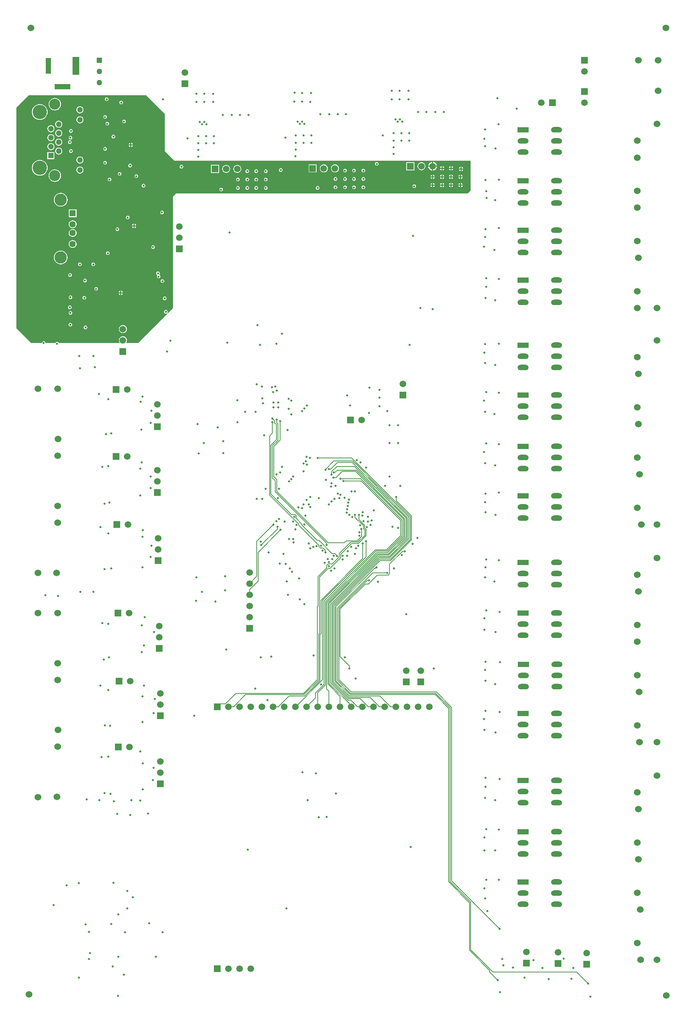
<source format=gbr>
%TF.GenerationSoftware,Altium Limited,Altium Designer,19.1.5 (86)*%
G04 Layer_Physical_Order=6*
G04 Layer_Color=16711680*
%FSLAX26Y26*%
%MOIN*%
%TF.FileFunction,Copper,L6,Bot,Signal*%
%TF.Part,Single*%
G01*
G75*
%TA.AperFunction,Conductor*%
%ADD53C,0.006000*%
%TA.AperFunction,ComponentPad*%
%ADD56R,0.050000X0.050000*%
%ADD57C,0.050000*%
%ADD58R,0.059055X0.059055*%
%ADD59C,0.059055*%
%ADD60R,0.059055X0.059055*%
%ADD61R,0.100000X0.050000*%
%ADD62O,0.100000X0.050000*%
%ADD63C,0.110236*%
%ADD64C,0.057087*%
%ADD65R,0.057087X0.057087*%
%ADD66C,0.060000*%
%ADD67R,0.139764X0.051181*%
%ADD68R,0.051181X0.139764*%
%ADD69R,0.061024X0.161417*%
%ADD70R,0.051181X0.051181*%
%ADD71C,0.051181*%
%ADD72C,0.127953*%
%ADD73C,0.098425*%
%TA.AperFunction,ViaPad*%
%ADD74C,0.060000*%
%ADD75C,0.020000*%
%ADD76C,0.019685*%
G36*
X2360000Y8725000D02*
Y8390000D01*
X2445000Y8305000D01*
X5100000D01*
Y8035000D01*
X5075000Y8010000D01*
X2460000Y8010000D01*
X2435000Y7985000D01*
Y6985000D01*
X2385705Y6935705D01*
X2381821Y6938892D01*
X2385072Y6943757D01*
X2386314Y6950000D01*
X2385072Y6956243D01*
X2381535Y6961535D01*
X2376243Y6965072D01*
X2370000Y6966314D01*
X2363757Y6965072D01*
X2358465Y6961535D01*
X2354928Y6956243D01*
X2353686Y6950000D01*
X2354928Y6943757D01*
X2358465Y6938465D01*
X2363757Y6934928D01*
X2370000Y6933686D01*
X2376243Y6934928D01*
X2381108Y6938179D01*
X2384295Y6934295D01*
X2120000Y6670000D01*
X2016251D01*
X2014039Y6674484D01*
X2016033Y6677083D01*
X2019613Y6685725D01*
X2020834Y6695000D01*
X2019613Y6704275D01*
X2016033Y6712917D01*
X2010339Y6720338D01*
X2002917Y6726033D01*
X1994274Y6729613D01*
X1985000Y6730834D01*
X1975726Y6729613D01*
X1967083Y6726033D01*
X1959661Y6720338D01*
X1953967Y6712917D01*
X1950387Y6704275D01*
X1949166Y6695000D01*
X1950387Y6685725D01*
X1953967Y6677083D01*
X1955961Y6674484D01*
X1953749Y6670000D01*
X1410319D01*
X1410072Y6671243D01*
X1406535Y6676535D01*
X1401243Y6680072D01*
X1395000Y6681314D01*
X1388757Y6680072D01*
X1383465Y6676535D01*
X1379928Y6671243D01*
X1379681Y6670000D01*
X1291313D01*
X1290072Y6676243D01*
X1286535Y6681535D01*
X1281243Y6685072D01*
X1275000Y6686314D01*
X1268757Y6685072D01*
X1263465Y6681535D01*
X1259928Y6676243D01*
X1258687Y6670000D01*
X1165000D01*
X1030000Y6805000D01*
Y8780000D01*
X1140000Y8890000D01*
X2195000D01*
X2360000Y8725000D01*
D02*
G37*
%LPC*%
G36*
X1840000Y8871314D02*
X1833757Y8870072D01*
X1828465Y8866535D01*
X1824928Y8861243D01*
X1823687Y8855000D01*
X1824928Y8848757D01*
X1828465Y8843465D01*
X1833757Y8839928D01*
X1840000Y8838686D01*
X1846243Y8839928D01*
X1851535Y8843465D01*
X1855072Y8848757D01*
X1856313Y8855000D01*
X1855072Y8861243D01*
X1851535Y8866535D01*
X1846243Y8870072D01*
X1840000Y8871314D01*
D02*
G37*
G36*
X1970000Y8841314D02*
X1963757Y8840072D01*
X1958465Y8836535D01*
X1954928Y8831243D01*
X1953687Y8825000D01*
X1954928Y8818757D01*
X1958465Y8813465D01*
X1963757Y8809928D01*
X1970000Y8808686D01*
X1976243Y8809928D01*
X1981535Y8813465D01*
X1985072Y8818757D01*
X1986313Y8825000D01*
X1985072Y8831243D01*
X1981535Y8836535D01*
X1976243Y8840072D01*
X1970000Y8841314D01*
D02*
G37*
G36*
X1374961Y8865335D02*
X1360547Y8863437D01*
X1347116Y8857874D01*
X1335583Y8849024D01*
X1326733Y8837490D01*
X1321169Y8824059D01*
X1319272Y8809646D01*
X1321169Y8795232D01*
X1326733Y8781801D01*
X1335583Y8770268D01*
X1347116Y8761418D01*
X1360547Y8755854D01*
X1374961Y8753957D01*
X1389374Y8755854D01*
X1402805Y8761418D01*
X1414339Y8770268D01*
X1423189Y8781801D01*
X1428752Y8795232D01*
X1430650Y8809646D01*
X1428752Y8824059D01*
X1423189Y8837490D01*
X1414339Y8849024D01*
X1402805Y8857874D01*
X1389374Y8863437D01*
X1374961Y8865335D01*
D02*
G37*
G36*
X1599764Y8791706D02*
X1591517Y8790620D01*
X1583832Y8787437D01*
X1577233Y8782373D01*
X1572169Y8775774D01*
X1568986Y8768089D01*
X1567901Y8759843D01*
X1568986Y8751596D01*
X1572169Y8743911D01*
X1577233Y8737312D01*
X1583832Y8732248D01*
X1591517Y8729065D01*
X1599764Y8727979D01*
X1608011Y8729065D01*
X1615695Y8732248D01*
X1622294Y8737312D01*
X1627358Y8743911D01*
X1630541Y8751596D01*
X1631627Y8759843D01*
X1630541Y8768089D01*
X1627358Y8775774D01*
X1622294Y8782373D01*
X1615695Y8787437D01*
X1608011Y8790620D01*
X1599764Y8791706D01*
D02*
G37*
G36*
X1825000Y8711314D02*
X1818757Y8710072D01*
X1813465Y8706535D01*
X1809928Y8701243D01*
X1808687Y8695000D01*
X1809928Y8688757D01*
X1813465Y8683465D01*
X1818757Y8679928D01*
X1825000Y8678686D01*
X1831243Y8679928D01*
X1836535Y8683465D01*
X1840072Y8688757D01*
X1841313Y8695000D01*
X1840072Y8701243D01*
X1836535Y8706535D01*
X1831243Y8710072D01*
X1825000Y8711314D01*
D02*
G37*
G36*
X1239921Y8810079D02*
X1226204Y8808728D01*
X1213013Y8804726D01*
X1200856Y8798229D01*
X1190201Y8789484D01*
X1181457Y8778829D01*
X1174959Y8766672D01*
X1170957Y8753482D01*
X1169606Y8739764D01*
X1170957Y8726046D01*
X1174959Y8712855D01*
X1181457Y8700699D01*
X1190201Y8690044D01*
X1200856Y8681299D01*
X1213013Y8674801D01*
X1226204Y8670800D01*
X1239921Y8669449D01*
X1253639Y8670800D01*
X1266830Y8674801D01*
X1278986Y8681299D01*
X1289641Y8690044D01*
X1298386Y8700699D01*
X1304884Y8712855D01*
X1308885Y8726046D01*
X1310236Y8739764D01*
X1308885Y8753482D01*
X1304884Y8766672D01*
X1298386Y8778829D01*
X1289641Y8789484D01*
X1278986Y8798229D01*
X1266830Y8804726D01*
X1253639Y8808728D01*
X1239921Y8810079D01*
D02*
G37*
G36*
X1995000Y8671314D02*
X1988757Y8670072D01*
X1983465Y8666535D01*
X1979928Y8661243D01*
X1978687Y8655000D01*
X1979928Y8648757D01*
X1983465Y8643465D01*
X1988757Y8639928D01*
X1995000Y8638686D01*
X2001243Y8639928D01*
X2006535Y8643465D01*
X2010072Y8648757D01*
X2011313Y8655000D01*
X2010072Y8661243D01*
X2006535Y8666535D01*
X2001243Y8670072D01*
X1995000Y8671314D01*
D02*
G37*
G36*
X1599764Y8701548D02*
X1591517Y8700462D01*
X1583832Y8697279D01*
X1577233Y8692216D01*
X1572169Y8685617D01*
X1568986Y8677932D01*
X1567901Y8669685D01*
X1568986Y8661438D01*
X1572169Y8653754D01*
X1577233Y8647155D01*
X1583832Y8642091D01*
X1591517Y8638908D01*
X1599764Y8637822D01*
X1608011Y8638908D01*
X1615695Y8642091D01*
X1622294Y8647155D01*
X1627358Y8653754D01*
X1630541Y8661438D01*
X1631627Y8669685D01*
X1630541Y8677932D01*
X1627358Y8685617D01*
X1622294Y8692216D01*
X1615695Y8697279D01*
X1608011Y8700462D01*
X1599764Y8701548D01*
D02*
G37*
G36*
X1845000Y8651314D02*
X1838757Y8650072D01*
X1833465Y8646535D01*
X1829928Y8641243D01*
X1828687Y8635000D01*
X1829928Y8628757D01*
X1833465Y8623465D01*
X1838757Y8619928D01*
X1845000Y8618686D01*
X1851243Y8619928D01*
X1856535Y8623465D01*
X1860072Y8628757D01*
X1861313Y8635000D01*
X1860072Y8641243D01*
X1856535Y8646535D01*
X1851243Y8650072D01*
X1845000Y8651314D01*
D02*
G37*
G36*
X1410000Y8662178D02*
X1401753Y8661092D01*
X1394068Y8657909D01*
X1387469Y8652846D01*
X1382406Y8646247D01*
X1379223Y8638562D01*
X1378137Y8630315D01*
X1379223Y8622068D01*
X1382406Y8614383D01*
X1387469Y8607784D01*
X1394068Y8602721D01*
X1401753Y8599538D01*
X1410000Y8598452D01*
X1418247Y8599538D01*
X1425932Y8602721D01*
X1432531Y8607784D01*
X1437594Y8614383D01*
X1440777Y8622068D01*
X1441863Y8630315D01*
X1440777Y8638562D01*
X1437594Y8646247D01*
X1432531Y8652846D01*
X1425932Y8657909D01*
X1418247Y8661092D01*
X1410000Y8662178D01*
D02*
G37*
G36*
X1339921Y8622021D02*
X1331675Y8620935D01*
X1323990Y8617752D01*
X1317391Y8612688D01*
X1312327Y8606089D01*
X1309144Y8598404D01*
X1308058Y8590157D01*
X1309144Y8581911D01*
X1312327Y8574226D01*
X1317391Y8567627D01*
X1323990Y8562563D01*
X1331675Y8559380D01*
X1339921Y8558294D01*
X1348168Y8559380D01*
X1355853Y8562563D01*
X1362452Y8567627D01*
X1367516Y8574226D01*
X1370699Y8581911D01*
X1371784Y8590157D01*
X1370699Y8598404D01*
X1367516Y8606089D01*
X1362452Y8612688D01*
X1355853Y8617752D01*
X1348168Y8620935D01*
X1339921Y8622021D01*
D02*
G37*
G36*
X1520000Y8586314D02*
X1513757Y8585072D01*
X1508465Y8581535D01*
X1504928Y8576243D01*
X1503687Y8570000D01*
X1504928Y8563757D01*
X1508465Y8558465D01*
X1513757Y8554928D01*
X1520000Y8553686D01*
X1526243Y8554928D01*
X1531535Y8558465D01*
X1535072Y8563757D01*
X1536313Y8570000D01*
X1535072Y8576243D01*
X1531535Y8581535D01*
X1526243Y8585072D01*
X1520000Y8586314D01*
D02*
G37*
G36*
X1410000Y8581863D02*
X1401753Y8580777D01*
X1394068Y8577594D01*
X1387469Y8572531D01*
X1382406Y8565932D01*
X1379223Y8558247D01*
X1378137Y8550000D01*
X1379223Y8541753D01*
X1382406Y8534068D01*
X1387469Y8527469D01*
X1394068Y8522406D01*
X1401753Y8519223D01*
X1410000Y8518137D01*
X1418247Y8519223D01*
X1425932Y8522406D01*
X1432531Y8527469D01*
X1437594Y8534068D01*
X1440777Y8541753D01*
X1441863Y8550000D01*
X1440777Y8558247D01*
X1437594Y8565932D01*
X1432531Y8572531D01*
X1425932Y8577594D01*
X1418247Y8580777D01*
X1410000Y8581863D01*
D02*
G37*
G36*
X1900000Y8536314D02*
X1893757Y8535072D01*
X1888465Y8531535D01*
X1884928Y8526243D01*
X1883687Y8520000D01*
X1884928Y8513757D01*
X1888465Y8508465D01*
X1893757Y8504928D01*
X1900000Y8503686D01*
X1906243Y8504928D01*
X1911535Y8508465D01*
X1915072Y8513757D01*
X1916313Y8520000D01*
X1915072Y8526243D01*
X1911535Y8531535D01*
X1906243Y8535072D01*
X1900000Y8536314D01*
D02*
G37*
G36*
X1515000Y8526314D02*
X1508757Y8525072D01*
X1503465Y8521535D01*
X1499928Y8516243D01*
X1498687Y8510000D01*
X1499928Y8503757D01*
X1503465Y8498465D01*
X1508757Y8494928D01*
X1515000Y8493686D01*
X1521243Y8494928D01*
X1526535Y8498465D01*
X1530072Y8503757D01*
X1531313Y8510000D01*
X1530072Y8516243D01*
X1526535Y8521535D01*
X1521243Y8525072D01*
X1515000Y8526314D01*
D02*
G37*
G36*
X1339921Y8541706D02*
X1331675Y8540620D01*
X1323990Y8537437D01*
X1317391Y8532373D01*
X1312327Y8525774D01*
X1309144Y8518089D01*
X1308058Y8509843D01*
X1309144Y8501596D01*
X1312327Y8493911D01*
X1317391Y8487312D01*
X1323990Y8482248D01*
X1331675Y8479065D01*
X1339921Y8477979D01*
X1348168Y8479065D01*
X1355853Y8482248D01*
X1362452Y8487312D01*
X1367516Y8493911D01*
X1370699Y8501596D01*
X1371784Y8509843D01*
X1370699Y8518089D01*
X1367516Y8525774D01*
X1362452Y8532373D01*
X1355853Y8537437D01*
X1348168Y8540620D01*
X1339921Y8541706D01*
D02*
G37*
G36*
X1510000Y8486314D02*
X1503757Y8485072D01*
X1498465Y8481535D01*
X1494928Y8476243D01*
X1493687Y8470000D01*
X1494928Y8463757D01*
X1498465Y8458465D01*
X1503757Y8454928D01*
X1510000Y8453686D01*
X1516243Y8454928D01*
X1521535Y8458465D01*
X1525072Y8463757D01*
X1526313Y8470000D01*
X1525072Y8476243D01*
X1521535Y8481535D01*
X1516243Y8485072D01*
X1510000Y8486314D01*
D02*
G37*
G36*
X2060000Y8464397D02*
Y8450000D01*
X2074397D01*
X2073840Y8452804D01*
X2069419Y8459419D01*
X2062804Y8463840D01*
X2060000Y8464397D01*
D02*
G37*
G36*
X2050000D02*
X2047196Y8463840D01*
X2040581Y8459419D01*
X2036160Y8452804D01*
X2035603Y8450000D01*
X2050000D01*
Y8464397D01*
D02*
G37*
G36*
X1410000Y8501548D02*
X1401753Y8500462D01*
X1394068Y8497279D01*
X1387469Y8492216D01*
X1382406Y8485617D01*
X1379223Y8477932D01*
X1378137Y8469685D01*
X1379223Y8461438D01*
X1382406Y8453753D01*
X1387469Y8447154D01*
X1394068Y8442091D01*
X1401753Y8438908D01*
X1410000Y8437822D01*
X1418247Y8438908D01*
X1425932Y8442091D01*
X1432531Y8447154D01*
X1437594Y8453753D01*
X1440777Y8461438D01*
X1441863Y8469685D01*
X1440777Y8477932D01*
X1437594Y8485617D01*
X1432531Y8492216D01*
X1425932Y8497279D01*
X1418247Y8500462D01*
X1410000Y8501548D01*
D02*
G37*
G36*
X2074397Y8440000D02*
X2060000D01*
Y8425603D01*
X2062804Y8426160D01*
X2069419Y8430581D01*
X2073840Y8437196D01*
X2074397Y8440000D01*
D02*
G37*
G36*
X2050000D02*
X2035603D01*
X2036160Y8437196D01*
X2040581Y8430581D01*
X2047196Y8426160D01*
X2050000Y8425603D01*
Y8440000D01*
D02*
G37*
G36*
X1339921Y8461391D02*
X1331675Y8460305D01*
X1323990Y8457122D01*
X1317391Y8452058D01*
X1312327Y8445459D01*
X1309144Y8437774D01*
X1308058Y8429528D01*
X1309144Y8421281D01*
X1312327Y8413596D01*
X1317391Y8406997D01*
X1323990Y8401933D01*
X1331675Y8398750D01*
X1339921Y8397665D01*
X1348168Y8398750D01*
X1355853Y8401933D01*
X1362452Y8406997D01*
X1367516Y8413596D01*
X1370699Y8421281D01*
X1371784Y8429528D01*
X1370699Y8437774D01*
X1367516Y8445459D01*
X1362452Y8452058D01*
X1355853Y8457122D01*
X1348168Y8460305D01*
X1339921Y8461391D01*
D02*
G37*
G36*
X1825000Y8426314D02*
X1818757Y8425072D01*
X1813465Y8421535D01*
X1809928Y8416243D01*
X1808687Y8410000D01*
X1809928Y8403757D01*
X1813465Y8398465D01*
X1818757Y8394928D01*
X1825000Y8393686D01*
X1831243Y8394928D01*
X1836535Y8398465D01*
X1840072Y8403757D01*
X1841313Y8410000D01*
X1840072Y8416243D01*
X1836535Y8421535D01*
X1831243Y8425072D01*
X1825000Y8426314D01*
D02*
G37*
G36*
X1520000Y8406314D02*
X1513757Y8405072D01*
X1508465Y8401535D01*
X1504928Y8396243D01*
X1503687Y8390000D01*
X1504928Y8383757D01*
X1508465Y8378465D01*
X1513757Y8374928D01*
X1520000Y8373686D01*
X1526243Y8374928D01*
X1531535Y8378465D01*
X1535072Y8383757D01*
X1536313Y8390000D01*
X1535072Y8396243D01*
X1531535Y8401535D01*
X1526243Y8405072D01*
X1520000Y8406314D01*
D02*
G37*
G36*
X1410000Y8421233D02*
X1401753Y8420147D01*
X1394069Y8416964D01*
X1387469Y8411901D01*
X1382406Y8405302D01*
X1379223Y8397617D01*
X1378137Y8389370D01*
X1379223Y8381123D01*
X1382406Y8373439D01*
X1387469Y8366840D01*
X1394069Y8361776D01*
X1401753Y8358593D01*
X1410000Y8357507D01*
X1418247Y8358593D01*
X1425931Y8361776D01*
X1432531Y8366840D01*
X1437594Y8373439D01*
X1440777Y8381123D01*
X1441863Y8389370D01*
X1440777Y8397617D01*
X1437594Y8405302D01*
X1432531Y8411901D01*
X1425931Y8416964D01*
X1418247Y8420147D01*
X1410000Y8421233D01*
D02*
G37*
G36*
X1371512Y8380803D02*
X1308331D01*
Y8317622D01*
X1371512D01*
Y8380803D01*
D02*
G37*
G36*
X1599764Y8341706D02*
X1591517Y8340620D01*
X1583832Y8337437D01*
X1577233Y8332373D01*
X1572169Y8325774D01*
X1568986Y8318089D01*
X1567901Y8309843D01*
X1568986Y8301596D01*
X1572169Y8293911D01*
X1577233Y8287312D01*
X1583832Y8282248D01*
X1591517Y8279065D01*
X1599764Y8277979D01*
X1608011Y8279065D01*
X1615695Y8282248D01*
X1622294Y8287312D01*
X1627358Y8293911D01*
X1630541Y8301596D01*
X1631627Y8309843D01*
X1630541Y8318089D01*
X1627358Y8325774D01*
X1622294Y8332373D01*
X1615695Y8337437D01*
X1608011Y8340620D01*
X1599764Y8341706D01*
D02*
G37*
G36*
X1825000Y8301314D02*
X1818757Y8300072D01*
X1813465Y8296535D01*
X1809928Y8291243D01*
X1808687Y8285000D01*
X1809928Y8278757D01*
X1813465Y8273465D01*
X1818757Y8269928D01*
X1825000Y8268686D01*
X1831243Y8269928D01*
X1836535Y8273465D01*
X1840072Y8278757D01*
X1841313Y8285000D01*
X1840072Y8291243D01*
X1836535Y8296535D01*
X1831243Y8300072D01*
X1825000Y8301314D01*
D02*
G37*
G36*
X4765000Y8292990D02*
Y8258780D01*
X4799210D01*
X4798510Y8264098D01*
X4794527Y8273714D01*
X4788191Y8281971D01*
X4779934Y8288307D01*
X4770319Y8292290D01*
X4765000Y8292990D01*
D02*
G37*
G36*
X4755000D02*
X4749681Y8292290D01*
X4740066Y8288307D01*
X4731809Y8281971D01*
X4725473Y8273714D01*
X4721490Y8264098D01*
X4720790Y8258780D01*
X4755000D01*
Y8292990D01*
D02*
G37*
G36*
X4260000Y8291314D02*
X4253757Y8290072D01*
X4248465Y8286535D01*
X4244928Y8281243D01*
X4243686Y8275000D01*
X4244928Y8268757D01*
X4248465Y8263465D01*
X4253757Y8259928D01*
X4260000Y8258686D01*
X4266243Y8259928D01*
X4271535Y8263465D01*
X4275072Y8268757D01*
X4276314Y8275000D01*
X4275072Y8281243D01*
X4271535Y8286535D01*
X4266243Y8290072D01*
X4260000Y8291314D01*
D02*
G37*
G36*
X2050000Y8276314D02*
X2043757Y8275072D01*
X2038465Y8271535D01*
X2034928Y8266243D01*
X2033687Y8260000D01*
X2034928Y8253757D01*
X2038465Y8248465D01*
X2043757Y8244928D01*
X2050000Y8243686D01*
X2056243Y8244928D01*
X2061535Y8248465D01*
X2065072Y8253757D01*
X2066314Y8260000D01*
X2065072Y8266243D01*
X2061535Y8271535D01*
X2056243Y8275072D01*
X2050000Y8276314D01*
D02*
G37*
G36*
X4930000Y8254397D02*
Y8240000D01*
X4944397D01*
X4943840Y8242804D01*
X4939419Y8249419D01*
X4932804Y8253840D01*
X4930000Y8254397D01*
D02*
G37*
G36*
X4920000D02*
X4917196Y8253840D01*
X4910581Y8249419D01*
X4906160Y8242804D01*
X4905603Y8240000D01*
X4920000D01*
Y8254397D01*
D02*
G37*
G36*
X4850000D02*
Y8240000D01*
X4864397D01*
X4863840Y8242804D01*
X4859419Y8249419D01*
X4852804Y8253840D01*
X4850000Y8254397D01*
D02*
G37*
G36*
X4840000D02*
X4837196Y8253840D01*
X4830581Y8249419D01*
X4826160Y8242804D01*
X4825603Y8240000D01*
X4840000D01*
Y8254397D01*
D02*
G37*
G36*
X5020000Y8249397D02*
Y8235000D01*
X5034397D01*
X5033840Y8237804D01*
X5029419Y8244419D01*
X5022804Y8248840D01*
X5020000Y8249397D01*
D02*
G37*
G36*
X5010000D02*
X5007196Y8248840D01*
X5000581Y8244419D01*
X4996160Y8237804D01*
X4995603Y8235000D01*
X5010000D01*
Y8249397D01*
D02*
G37*
G36*
X2510000Y8266314D02*
X2503757Y8265072D01*
X2498465Y8261535D01*
X2494928Y8256243D01*
X2493686Y8250000D01*
X2494928Y8243757D01*
X2498465Y8238465D01*
X2503757Y8234928D01*
X2510000Y8233686D01*
X2516243Y8234928D01*
X2521535Y8238465D01*
X2525072Y8243757D01*
X2526314Y8250000D01*
X2525072Y8256243D01*
X2521535Y8261535D01*
X2516243Y8265072D01*
X2510000Y8266314D01*
D02*
G37*
G36*
X4595528Y8289307D02*
X4524472D01*
Y8218252D01*
X4595528D01*
Y8289307D01*
D02*
G37*
G36*
X4660000Y8289614D02*
X4650725Y8288393D01*
X4642083Y8284813D01*
X4634662Y8279118D01*
X4628967Y8271697D01*
X4625387Y8263054D01*
X4624166Y8253780D01*
X4625387Y8244505D01*
X4628967Y8235862D01*
X4634662Y8228441D01*
X4642083Y8222746D01*
X4650725Y8219166D01*
X4660000Y8217945D01*
X4669275Y8219166D01*
X4677917Y8222746D01*
X4685338Y8228441D01*
X4691033Y8235862D01*
X4694613Y8244505D01*
X4695834Y8253780D01*
X4694613Y8263054D01*
X4691033Y8271697D01*
X4685338Y8279118D01*
X4677917Y8284813D01*
X4669275Y8288393D01*
X4660000Y8289614D01*
D02*
G37*
G36*
X4944397Y8230000D02*
X4930000D01*
Y8215603D01*
X4932804Y8216160D01*
X4939419Y8220581D01*
X4943840Y8227196D01*
X4944397Y8230000D01*
D02*
G37*
G36*
X4920000D02*
X4905603D01*
X4906160Y8227196D01*
X4910581Y8220581D01*
X4917196Y8216160D01*
X4920000Y8215603D01*
Y8230000D01*
D02*
G37*
G36*
X4864397D02*
X4850000D01*
Y8215603D01*
X4852804Y8216160D01*
X4859419Y8220581D01*
X4863840Y8227196D01*
X4864397Y8230000D01*
D02*
G37*
G36*
X4840000D02*
X4825603D01*
X4826160Y8227196D01*
X4830581Y8220581D01*
X4837196Y8216160D01*
X4840000Y8215603D01*
Y8230000D01*
D02*
G37*
G36*
X4799210Y8248780D02*
X4765000D01*
Y8214569D01*
X4770319Y8215269D01*
X4779934Y8219252D01*
X4788191Y8225588D01*
X4794527Y8233845D01*
X4798510Y8243461D01*
X4799210Y8248780D01*
D02*
G37*
G36*
X4755000D02*
X4720790D01*
X4721490Y8243461D01*
X4725473Y8233845D01*
X4731809Y8225588D01*
X4740066Y8219252D01*
X4749681Y8215269D01*
X4755000Y8214569D01*
Y8248780D01*
D02*
G37*
G36*
X5034397Y8225000D02*
X5020000D01*
Y8210603D01*
X5022804Y8211160D01*
X5029419Y8215581D01*
X5033840Y8222196D01*
X5034397Y8225000D01*
D02*
G37*
G36*
X5010000D02*
X4995603D01*
X4996160Y8222196D01*
X5000581Y8215581D01*
X5007196Y8211160D01*
X5010000Y8210603D01*
Y8225000D01*
D02*
G37*
G36*
X3400000Y8236314D02*
X3393757Y8235072D01*
X3388465Y8231535D01*
X3384928Y8226243D01*
X3383686Y8220000D01*
X3384928Y8213757D01*
X3388465Y8208465D01*
X3393757Y8204928D01*
X3400000Y8203686D01*
X3406243Y8204928D01*
X3411535Y8208465D01*
X3415072Y8213757D01*
X3416314Y8220000D01*
X3415072Y8226243D01*
X3411535Y8231535D01*
X3406243Y8235072D01*
X3400000Y8236314D01*
D02*
G37*
G36*
X3720528Y8270528D02*
X3649472D01*
Y8199472D01*
X3720528D01*
Y8270528D01*
D02*
G37*
G36*
X3885000Y8270834D02*
X3875726Y8269613D01*
X3867083Y8266033D01*
X3859662Y8260338D01*
X3853967Y8252917D01*
X3850387Y8244274D01*
X3849166Y8235000D01*
X3850387Y8225726D01*
X3853967Y8217083D01*
X3859662Y8209662D01*
X3867083Y8203967D01*
X3875726Y8200387D01*
X3885000Y8199166D01*
X3894274Y8200387D01*
X3902917Y8203967D01*
X3910338Y8209662D01*
X3916033Y8217083D01*
X3919613Y8225726D01*
X3920834Y8235000D01*
X3919613Y8244274D01*
X3916033Y8252917D01*
X3910338Y8260338D01*
X3902917Y8266033D01*
X3894274Y8269613D01*
X3885000Y8270834D01*
D02*
G37*
G36*
X3785000D02*
X3775726Y8269613D01*
X3767083Y8266033D01*
X3759662Y8260338D01*
X3753967Y8252917D01*
X3750387Y8244274D01*
X3749166Y8235000D01*
X3750387Y8225726D01*
X3753967Y8217083D01*
X3759662Y8209662D01*
X3767083Y8203967D01*
X3775726Y8200387D01*
X3785000Y8199166D01*
X3794274Y8200387D01*
X3802917Y8203967D01*
X3810338Y8209662D01*
X3816033Y8217083D01*
X3819613Y8225726D01*
X3820834Y8235000D01*
X3819613Y8244274D01*
X3816033Y8252917D01*
X3810338Y8260338D01*
X3802917Y8266033D01*
X3794274Y8269613D01*
X3785000Y8270834D01*
D02*
G37*
G36*
X4140000Y8231314D02*
X4133757Y8230072D01*
X4128465Y8226535D01*
X4124928Y8221243D01*
X4123686Y8215000D01*
X4124928Y8208757D01*
X4128465Y8203465D01*
X4133757Y8199928D01*
X4140000Y8198686D01*
X4146243Y8199928D01*
X4151535Y8203465D01*
X4155072Y8208757D01*
X4156314Y8215000D01*
X4155072Y8221243D01*
X4151535Y8226535D01*
X4146243Y8230072D01*
X4140000Y8231314D01*
D02*
G37*
G36*
X4055000D02*
X4048757Y8230072D01*
X4043465Y8226535D01*
X4039928Y8221243D01*
X4038686Y8215000D01*
X4039928Y8208757D01*
X4043465Y8203465D01*
X4048757Y8199928D01*
X4055000Y8198686D01*
X4061243Y8199928D01*
X4066535Y8203465D01*
X4070072Y8208757D01*
X4071314Y8215000D01*
X4070072Y8221243D01*
X4066535Y8226535D01*
X4061243Y8230072D01*
X4055000Y8231314D01*
D02*
G37*
G36*
X3975000D02*
X3968757Y8230072D01*
X3963465Y8226535D01*
X3959928Y8221243D01*
X3958686Y8215000D01*
X3959928Y8208757D01*
X3963465Y8203465D01*
X3968757Y8199928D01*
X3975000Y8198686D01*
X3981243Y8199928D01*
X3986535Y8203465D01*
X3990072Y8208757D01*
X3991314Y8215000D01*
X3990072Y8221243D01*
X3986535Y8226535D01*
X3981243Y8230072D01*
X3975000Y8231314D01*
D02*
G37*
G36*
X2845528Y8265528D02*
X2774472D01*
Y8194472D01*
X2845528D01*
Y8265528D01*
D02*
G37*
G36*
X3010000Y8265834D02*
X3000726Y8264613D01*
X2992083Y8261033D01*
X2984662Y8255338D01*
X2978967Y8247917D01*
X2975387Y8239274D01*
X2974166Y8230000D01*
X2975387Y8220726D01*
X2978967Y8212083D01*
X2984662Y8204662D01*
X2992083Y8198967D01*
X3000726Y8195387D01*
X3010000Y8194166D01*
X3019274Y8195387D01*
X3027917Y8198967D01*
X3035338Y8204662D01*
X3041033Y8212083D01*
X3044613Y8220726D01*
X3045834Y8230000D01*
X3044613Y8239274D01*
X3041033Y8247917D01*
X3035338Y8255338D01*
X3027917Y8261033D01*
X3019274Y8264613D01*
X3010000Y8265834D01*
D02*
G37*
G36*
X2910000D02*
X2900726Y8264613D01*
X2892083Y8261033D01*
X2884662Y8255338D01*
X2878967Y8247917D01*
X2875387Y8239274D01*
X2874166Y8230000D01*
X2875387Y8220726D01*
X2878967Y8212083D01*
X2884662Y8204662D01*
X2892083Y8198967D01*
X2900726Y8195387D01*
X2910000Y8194166D01*
X2919274Y8195387D01*
X2927917Y8198967D01*
X2935338Y8204662D01*
X2941033Y8212083D01*
X2944613Y8220726D01*
X2945834Y8230000D01*
X2944613Y8239274D01*
X2941033Y8247917D01*
X2935338Y8255338D01*
X2927917Y8261033D01*
X2919274Y8264613D01*
X2910000Y8265834D01*
D02*
G37*
G36*
X3265000Y8226314D02*
X3258757Y8225072D01*
X3253465Y8221535D01*
X3249928Y8216243D01*
X3248686Y8210000D01*
X3249928Y8203757D01*
X3253465Y8198465D01*
X3258757Y8194928D01*
X3265000Y8193686D01*
X3271243Y8194928D01*
X3276535Y8198465D01*
X3280072Y8203757D01*
X3281314Y8210000D01*
X3280072Y8216243D01*
X3276535Y8221535D01*
X3271243Y8225072D01*
X3265000Y8226314D01*
D02*
G37*
G36*
X3180000D02*
X3173757Y8225072D01*
X3168465Y8221535D01*
X3164928Y8216243D01*
X3163686Y8210000D01*
X3164928Y8203757D01*
X3168465Y8198465D01*
X3173757Y8194928D01*
X3180000Y8193686D01*
X3186243Y8194928D01*
X3191535Y8198465D01*
X3195072Y8203757D01*
X3196314Y8210000D01*
X3195072Y8216243D01*
X3191535Y8221535D01*
X3186243Y8225072D01*
X3180000Y8226314D01*
D02*
G37*
G36*
X3100000D02*
X3093757Y8225072D01*
X3088465Y8221535D01*
X3084928Y8216243D01*
X3083686Y8210000D01*
X3084928Y8203757D01*
X3088465Y8198465D01*
X3093757Y8194928D01*
X3100000Y8193686D01*
X3106243Y8194928D01*
X3111535Y8198465D01*
X3115072Y8203757D01*
X3116314Y8210000D01*
X3115072Y8216243D01*
X3111535Y8221535D01*
X3106243Y8225072D01*
X3100000Y8226314D01*
D02*
G37*
G36*
X1599764Y8251548D02*
X1591517Y8250462D01*
X1583832Y8247279D01*
X1577233Y8242216D01*
X1572169Y8235617D01*
X1568986Y8227932D01*
X1567901Y8219685D01*
X1568986Y8211438D01*
X1572169Y8203753D01*
X1577233Y8197154D01*
X1583832Y8192091D01*
X1591517Y8188908D01*
X1599764Y8187822D01*
X1608011Y8188908D01*
X1615695Y8192091D01*
X1622294Y8197154D01*
X1627358Y8203753D01*
X1630541Y8211438D01*
X1631627Y8219685D01*
X1630541Y8227932D01*
X1627358Y8235617D01*
X1622294Y8242216D01*
X1615695Y8247279D01*
X1608011Y8250462D01*
X1599764Y8251548D01*
D02*
G37*
G36*
X1239921Y8310079D02*
X1226204Y8308728D01*
X1213013Y8304726D01*
X1200856Y8298229D01*
X1190201Y8289484D01*
X1181457Y8278829D01*
X1174959Y8266672D01*
X1170957Y8253482D01*
X1169606Y8239764D01*
X1170957Y8226046D01*
X1174959Y8212855D01*
X1181457Y8200699D01*
X1190201Y8190044D01*
X1200856Y8181299D01*
X1213013Y8174801D01*
X1226204Y8170800D01*
X1239921Y8169449D01*
X1253639Y8170800D01*
X1266830Y8174801D01*
X1278986Y8181299D01*
X1289641Y8190044D01*
X1298386Y8200699D01*
X1304884Y8212855D01*
X1308885Y8226046D01*
X1310236Y8239764D01*
X1308885Y8253482D01*
X1304884Y8266672D01*
X1298386Y8278829D01*
X1289641Y8289484D01*
X1278986Y8298229D01*
X1266830Y8304726D01*
X1253639Y8308728D01*
X1239921Y8310079D01*
D02*
G37*
G36*
X1955000Y8201314D02*
X1948757Y8200072D01*
X1943465Y8196535D01*
X1939928Y8191243D01*
X1938687Y8185000D01*
X1939928Y8178757D01*
X1943465Y8173465D01*
X1948757Y8169928D01*
X1955000Y8168686D01*
X1961243Y8169928D01*
X1966535Y8173465D01*
X1970072Y8178757D01*
X1971313Y8185000D01*
X1970072Y8191243D01*
X1966535Y8196535D01*
X1961243Y8200072D01*
X1955000Y8201314D01*
D02*
G37*
G36*
X5015000Y8179397D02*
Y8165000D01*
X5029397D01*
X5028840Y8167804D01*
X5024419Y8174419D01*
X5017804Y8178840D01*
X5015000Y8179397D01*
D02*
G37*
G36*
X5005000D02*
X5002196Y8178840D01*
X4995581Y8174419D01*
X4991160Y8167804D01*
X4990603Y8165000D01*
X5005000D01*
Y8179397D01*
D02*
G37*
G36*
X4930000D02*
Y8165000D01*
X4944397D01*
X4943840Y8167804D01*
X4939419Y8174419D01*
X4932804Y8178840D01*
X4930000Y8179397D01*
D02*
G37*
G36*
X4920000D02*
X4917196Y8178840D01*
X4910581Y8174419D01*
X4906160Y8167804D01*
X4905603Y8165000D01*
X4920000D01*
Y8179397D01*
D02*
G37*
G36*
X4850000D02*
Y8165000D01*
X4864397D01*
X4863840Y8167804D01*
X4859419Y8174419D01*
X4852804Y8178840D01*
X4850000Y8179397D01*
D02*
G37*
G36*
X4840000D02*
X4837196Y8178840D01*
X4830581Y8174419D01*
X4826160Y8167804D01*
X4825603Y8165000D01*
X4840000D01*
Y8179397D01*
D02*
G37*
G36*
X4765000D02*
Y8165000D01*
X4779397D01*
X4778840Y8167804D01*
X4774419Y8174419D01*
X4767804Y8178840D01*
X4765000Y8179397D01*
D02*
G37*
G36*
X4755000D02*
X4752196Y8178840D01*
X4745581Y8174419D01*
X4741160Y8167804D01*
X4740603Y8165000D01*
X4755000D01*
Y8179397D01*
D02*
G37*
G36*
X2105000Y8181314D02*
X2098757Y8180072D01*
X2093465Y8176535D01*
X2089928Y8171243D01*
X2088686Y8165000D01*
X2089928Y8158757D01*
X2093465Y8153465D01*
X2098757Y8149928D01*
X2105000Y8148686D01*
X2111243Y8149928D01*
X2116535Y8153465D01*
X2120072Y8158757D01*
X2121314Y8165000D01*
X2120072Y8171243D01*
X2116535Y8176535D01*
X2111243Y8180072D01*
X2105000Y8181314D01*
D02*
G37*
G36*
X5029397Y8155000D02*
X5015000D01*
Y8140603D01*
X5017804Y8141160D01*
X5024419Y8145581D01*
X5028840Y8152196D01*
X5029397Y8155000D01*
D02*
G37*
G36*
X5005000D02*
X4990603D01*
X4991160Y8152196D01*
X4995581Y8145581D01*
X5002196Y8141160D01*
X5005000Y8140603D01*
Y8155000D01*
D02*
G37*
G36*
X4944397D02*
X4930000D01*
Y8140603D01*
X4932804Y8141160D01*
X4939419Y8145581D01*
X4943840Y8152196D01*
X4944397Y8155000D01*
D02*
G37*
G36*
X4920000D02*
X4905603D01*
X4906160Y8152196D01*
X4910581Y8145581D01*
X4917196Y8141160D01*
X4920000Y8140603D01*
Y8155000D01*
D02*
G37*
G36*
X4864397D02*
X4850000D01*
Y8140603D01*
X4852804Y8141160D01*
X4859419Y8145581D01*
X4863840Y8152196D01*
X4864397Y8155000D01*
D02*
G37*
G36*
X4840000D02*
X4825603D01*
X4826160Y8152196D01*
X4830581Y8145581D01*
X4837196Y8141160D01*
X4840000Y8140603D01*
Y8155000D01*
D02*
G37*
G36*
X4779397D02*
X4765000D01*
Y8140603D01*
X4767804Y8141160D01*
X4774419Y8145581D01*
X4778840Y8152196D01*
X4779397Y8155000D01*
D02*
G37*
G36*
X4755000D02*
X4740603D01*
X4741160Y8152196D01*
X4745581Y8145581D01*
X4752196Y8141160D01*
X4755000Y8140603D01*
Y8155000D01*
D02*
G37*
G36*
X4140000Y8156314D02*
X4133757Y8155072D01*
X4128465Y8151535D01*
X4124928Y8146243D01*
X4123686Y8140000D01*
X4124928Y8133757D01*
X4128465Y8128465D01*
X4133757Y8124928D01*
X4140000Y8123686D01*
X4146243Y8124928D01*
X4151535Y8128465D01*
X4155072Y8133757D01*
X4156314Y8140000D01*
X4155072Y8146243D01*
X4151535Y8151535D01*
X4146243Y8155072D01*
X4140000Y8156314D01*
D02*
G37*
G36*
X4055000D02*
X4048757Y8155072D01*
X4043465Y8151535D01*
X4039928Y8146243D01*
X4038686Y8140000D01*
X4039928Y8133757D01*
X4043465Y8128465D01*
X4048757Y8124928D01*
X4055000Y8123686D01*
X4061243Y8124928D01*
X4066535Y8128465D01*
X4070072Y8133757D01*
X4071314Y8140000D01*
X4070072Y8146243D01*
X4066535Y8151535D01*
X4061243Y8155072D01*
X4055000Y8156314D01*
D02*
G37*
G36*
X3975000D02*
X3968757Y8155072D01*
X3963465Y8151535D01*
X3959928Y8146243D01*
X3958686Y8140000D01*
X3959928Y8133757D01*
X3963465Y8128465D01*
X3968757Y8124928D01*
X3975000Y8123686D01*
X3981243Y8124928D01*
X3986535Y8128465D01*
X3990072Y8133757D01*
X3991314Y8140000D01*
X3990072Y8146243D01*
X3986535Y8151535D01*
X3981243Y8155072D01*
X3975000Y8156314D01*
D02*
G37*
G36*
X3890000D02*
X3883757Y8155072D01*
X3878465Y8151535D01*
X3874928Y8146243D01*
X3873686Y8140000D01*
X3874928Y8133757D01*
X3878465Y8128465D01*
X3883757Y8124928D01*
X3890000Y8123686D01*
X3896243Y8124928D01*
X3901535Y8128465D01*
X3905072Y8133757D01*
X3906314Y8140000D01*
X3905072Y8146243D01*
X3901535Y8151535D01*
X3896243Y8155072D01*
X3890000Y8156314D01*
D02*
G37*
G36*
X3265000Y8151314D02*
X3258757Y8150072D01*
X3253465Y8146535D01*
X3249928Y8141243D01*
X3248686Y8135000D01*
X3249928Y8128757D01*
X3253465Y8123465D01*
X3258757Y8119928D01*
X3265000Y8118686D01*
X3271243Y8119928D01*
X3276535Y8123465D01*
X3280072Y8128757D01*
X3281314Y8135000D01*
X3280072Y8141243D01*
X3276535Y8146535D01*
X3271243Y8150072D01*
X3265000Y8151314D01*
D02*
G37*
G36*
X3180000D02*
X3173757Y8150072D01*
X3168465Y8146535D01*
X3164928Y8141243D01*
X3163686Y8135000D01*
X3164928Y8128757D01*
X3168465Y8123465D01*
X3173757Y8119928D01*
X3180000Y8118686D01*
X3186243Y8119928D01*
X3191535Y8123465D01*
X3195072Y8128757D01*
X3196314Y8135000D01*
X3195072Y8141243D01*
X3191535Y8146535D01*
X3186243Y8150072D01*
X3180000Y8151314D01*
D02*
G37*
G36*
X3100000D02*
X3093757Y8150072D01*
X3088465Y8146535D01*
X3084928Y8141243D01*
X3083686Y8135000D01*
X3084928Y8128757D01*
X3088465Y8123465D01*
X3093757Y8119928D01*
X3100000Y8118686D01*
X3106243Y8119928D01*
X3111535Y8123465D01*
X3115072Y8128757D01*
X3116314Y8135000D01*
X3115072Y8141243D01*
X3111535Y8146535D01*
X3106243Y8150072D01*
X3100000Y8151314D01*
D02*
G37*
G36*
X3015000D02*
X3008757Y8150072D01*
X3003465Y8146535D01*
X2999928Y8141243D01*
X2998686Y8135000D01*
X2999928Y8128757D01*
X3003465Y8123465D01*
X3008757Y8119928D01*
X3015000Y8118686D01*
X3021243Y8119928D01*
X3026535Y8123465D01*
X3030072Y8128757D01*
X3031314Y8135000D01*
X3030072Y8141243D01*
X3026535Y8146535D01*
X3021243Y8150072D01*
X3015000Y8151314D01*
D02*
G37*
G36*
X1865000D02*
X1858757Y8150072D01*
X1853465Y8146535D01*
X1849928Y8141243D01*
X1848687Y8135000D01*
X1849928Y8128757D01*
X1853465Y8123465D01*
X1858757Y8119928D01*
X1865000Y8118686D01*
X1871243Y8119928D01*
X1876535Y8123465D01*
X1880072Y8128757D01*
X1881313Y8135000D01*
X1880072Y8141243D01*
X1876535Y8146535D01*
X1871243Y8150072D01*
X1865000Y8151314D01*
D02*
G37*
G36*
X1374961Y8225571D02*
X1360547Y8223673D01*
X1347116Y8218110D01*
X1335583Y8209260D01*
X1326733Y8197726D01*
X1321169Y8184295D01*
X1319272Y8169882D01*
X1321169Y8155468D01*
X1326733Y8142037D01*
X1335583Y8130504D01*
X1347116Y8121654D01*
X1360547Y8116091D01*
X1374961Y8114193D01*
X1389374Y8116091D01*
X1402805Y8121654D01*
X1414339Y8130504D01*
X1423189Y8142037D01*
X1428752Y8155468D01*
X1430650Y8169882D01*
X1428752Y8184295D01*
X1423189Y8197726D01*
X1414339Y8209260D01*
X1402805Y8218110D01*
X1389374Y8223673D01*
X1374961Y8225571D01*
D02*
G37*
G36*
X5015000Y8104397D02*
Y8090000D01*
X5029397D01*
X5028840Y8092804D01*
X5024419Y8099419D01*
X5017804Y8103840D01*
X5015000Y8104397D01*
D02*
G37*
G36*
X5005000D02*
X5002196Y8103840D01*
X4995581Y8099419D01*
X4991160Y8092804D01*
X4990603Y8090000D01*
X5005000D01*
Y8104397D01*
D02*
G37*
G36*
X4930000D02*
Y8090000D01*
X4944397D01*
X4943840Y8092804D01*
X4939419Y8099419D01*
X4932804Y8103840D01*
X4930000Y8104397D01*
D02*
G37*
G36*
X4920000D02*
X4917196Y8103840D01*
X4910581Y8099419D01*
X4906160Y8092804D01*
X4905603Y8090000D01*
X4920000D01*
Y8104397D01*
D02*
G37*
G36*
X4850000D02*
Y8090000D01*
X4864397D01*
X4863840Y8092804D01*
X4859419Y8099419D01*
X4852804Y8103840D01*
X4850000Y8104397D01*
D02*
G37*
G36*
X4840000D02*
X4837196Y8103840D01*
X4830581Y8099419D01*
X4826160Y8092804D01*
X4825603Y8090000D01*
X4840000D01*
Y8104397D01*
D02*
G37*
G36*
X4765000D02*
Y8090000D01*
X4779397D01*
X4778840Y8092804D01*
X4774419Y8099419D01*
X4767804Y8103840D01*
X4765000Y8104397D01*
D02*
G37*
G36*
X4755000D02*
X4752196Y8103840D01*
X4745581Y8099419D01*
X4741160Y8092804D01*
X4740603Y8090000D01*
X4755000D01*
Y8104397D01*
D02*
G37*
G36*
X5029397Y8080000D02*
X5015000D01*
Y8065603D01*
X5017804Y8066160D01*
X5024419Y8070581D01*
X5028840Y8077196D01*
X5029397Y8080000D01*
D02*
G37*
G36*
X5005000D02*
X4990603D01*
X4991160Y8077196D01*
X4995581Y8070581D01*
X5002196Y8066160D01*
X5005000Y8065603D01*
Y8080000D01*
D02*
G37*
G36*
X4944397D02*
X4930000D01*
Y8065603D01*
X4932804Y8066160D01*
X4939419Y8070581D01*
X4943840Y8077196D01*
X4944397Y8080000D01*
D02*
G37*
G36*
X4920000D02*
X4905603D01*
X4906160Y8077196D01*
X4910581Y8070581D01*
X4917196Y8066160D01*
X4920000Y8065603D01*
Y8080000D01*
D02*
G37*
G36*
X4864397D02*
X4850000D01*
Y8065603D01*
X4852804Y8066160D01*
X4859419Y8070581D01*
X4863840Y8077196D01*
X4864397Y8080000D01*
D02*
G37*
G36*
X4840000D02*
X4825603D01*
X4826160Y8077196D01*
X4830581Y8070581D01*
X4837196Y8066160D01*
X4840000Y8065603D01*
Y8080000D01*
D02*
G37*
G36*
X4779397D02*
X4765000D01*
Y8065603D01*
X4767804Y8066160D01*
X4774419Y8070581D01*
X4778840Y8077196D01*
X4779397Y8080000D01*
D02*
G37*
G36*
X4755000D02*
X4740603D01*
X4741160Y8077196D01*
X4745581Y8070581D01*
X4752196Y8066160D01*
X4755000Y8065603D01*
Y8080000D01*
D02*
G37*
G36*
X2170000Y8096314D02*
X2163757Y8095072D01*
X2158465Y8091535D01*
X2154928Y8086243D01*
X2153686Y8080000D01*
X2154928Y8073757D01*
X2158465Y8068465D01*
X2163757Y8064928D01*
X2170000Y8063686D01*
X2176243Y8064928D01*
X2181535Y8068465D01*
X2185072Y8073757D01*
X2186314Y8080000D01*
X2185072Y8086243D01*
X2181535Y8091535D01*
X2176243Y8095072D01*
X2170000Y8096314D01*
D02*
G37*
G36*
X4595000Y8091314D02*
X4588757Y8090072D01*
X4583465Y8086535D01*
X4579928Y8081243D01*
X4578686Y8075000D01*
X4579928Y8068757D01*
X4583465Y8063465D01*
X4588757Y8059928D01*
X4595000Y8058686D01*
X4601243Y8059928D01*
X4606535Y8063465D01*
X4610072Y8068757D01*
X4611314Y8075000D01*
X4610072Y8081243D01*
X4606535Y8086535D01*
X4601243Y8090072D01*
X4595000Y8091314D01*
D02*
G37*
G36*
X4140000Y8081314D02*
X4133757Y8080072D01*
X4128465Y8076535D01*
X4124928Y8071243D01*
X4123686Y8065000D01*
X4124928Y8058757D01*
X4128465Y8053465D01*
X4133757Y8049928D01*
X4140000Y8048686D01*
X4146243Y8049928D01*
X4151535Y8053465D01*
X4155072Y8058757D01*
X4156314Y8065000D01*
X4155072Y8071243D01*
X4151535Y8076535D01*
X4146243Y8080072D01*
X4140000Y8081314D01*
D02*
G37*
G36*
X4055000D02*
X4048757Y8080072D01*
X4043465Y8076535D01*
X4039928Y8071243D01*
X4038686Y8065000D01*
X4039928Y8058757D01*
X4043465Y8053465D01*
X4048757Y8049928D01*
X4055000Y8048686D01*
X4061243Y8049928D01*
X4066535Y8053465D01*
X4070072Y8058757D01*
X4071314Y8065000D01*
X4070072Y8071243D01*
X4066535Y8076535D01*
X4061243Y8080072D01*
X4055000Y8081314D01*
D02*
G37*
G36*
X3975000D02*
X3968757Y8080072D01*
X3963465Y8076535D01*
X3959928Y8071243D01*
X3958686Y8065000D01*
X3959928Y8058757D01*
X3963465Y8053465D01*
X3968757Y8049928D01*
X3975000Y8048686D01*
X3981243Y8049928D01*
X3986535Y8053465D01*
X3990072Y8058757D01*
X3991314Y8065000D01*
X3990072Y8071243D01*
X3986535Y8076535D01*
X3981243Y8080072D01*
X3975000Y8081314D01*
D02*
G37*
G36*
X3890000D02*
X3883757Y8080072D01*
X3878465Y8076535D01*
X3874928Y8071243D01*
X3873686Y8065000D01*
X3874928Y8058757D01*
X3878465Y8053465D01*
X3883757Y8049928D01*
X3890000Y8048686D01*
X3896243Y8049928D01*
X3901535Y8053465D01*
X3905072Y8058757D01*
X3906314Y8065000D01*
X3905072Y8071243D01*
X3901535Y8076535D01*
X3896243Y8080072D01*
X3890000Y8081314D01*
D02*
G37*
G36*
X3730000Y8076314D02*
X3723757Y8075072D01*
X3718465Y8071535D01*
X3714928Y8066243D01*
X3713686Y8060000D01*
X3714928Y8053757D01*
X3718465Y8048465D01*
X3723757Y8044928D01*
X3730000Y8043686D01*
X3736243Y8044928D01*
X3741535Y8048465D01*
X3745072Y8053757D01*
X3746314Y8060000D01*
X3745072Y8066243D01*
X3741535Y8071535D01*
X3736243Y8075072D01*
X3730000Y8076314D01*
D02*
G37*
G36*
X3265000D02*
X3258757Y8075072D01*
X3253465Y8071535D01*
X3249928Y8066243D01*
X3248686Y8060000D01*
X3249928Y8053757D01*
X3253465Y8048465D01*
X3258757Y8044928D01*
X3265000Y8043686D01*
X3271243Y8044928D01*
X3276535Y8048465D01*
X3280072Y8053757D01*
X3281314Y8060000D01*
X3280072Y8066243D01*
X3276535Y8071535D01*
X3271243Y8075072D01*
X3265000Y8076314D01*
D02*
G37*
G36*
X3180000D02*
X3173757Y8075072D01*
X3168465Y8071535D01*
X3164928Y8066243D01*
X3163686Y8060000D01*
X3164928Y8053757D01*
X3168465Y8048465D01*
X3173757Y8044928D01*
X3180000Y8043686D01*
X3186243Y8044928D01*
X3191535Y8048465D01*
X3195072Y8053757D01*
X3196314Y8060000D01*
X3195072Y8066243D01*
X3191535Y8071535D01*
X3186243Y8075072D01*
X3180000Y8076314D01*
D02*
G37*
G36*
X3100000D02*
X3093757Y8075072D01*
X3088465Y8071535D01*
X3084928Y8066243D01*
X3083686Y8060000D01*
X3084928Y8053757D01*
X3088465Y8048465D01*
X3093757Y8044928D01*
X3100000Y8043686D01*
X3106243Y8044928D01*
X3111535Y8048465D01*
X3115072Y8053757D01*
X3116314Y8060000D01*
X3115072Y8066243D01*
X3111535Y8071535D01*
X3106243Y8075072D01*
X3100000Y8076314D01*
D02*
G37*
G36*
X3015000D02*
X3008757Y8075072D01*
X3003465Y8071535D01*
X2999928Y8066243D01*
X2998686Y8060000D01*
X2999928Y8053757D01*
X3003465Y8048465D01*
X3008757Y8044928D01*
X3015000Y8043686D01*
X3021243Y8044928D01*
X3026535Y8048465D01*
X3030072Y8053757D01*
X3031314Y8060000D01*
X3030072Y8066243D01*
X3026535Y8071535D01*
X3021243Y8075072D01*
X3015000Y8076314D01*
D02*
G37*
G36*
X2865000Y8061314D02*
X2858757Y8060072D01*
X2853465Y8056535D01*
X2849928Y8051243D01*
X2848686Y8045000D01*
X2849928Y8038757D01*
X2853465Y8033465D01*
X2858757Y8029928D01*
X2865000Y8028686D01*
X2871243Y8029928D01*
X2876535Y8033465D01*
X2880072Y8038757D01*
X2881314Y8045000D01*
X2880072Y8051243D01*
X2876535Y8056535D01*
X2871243Y8060072D01*
X2865000Y8061314D01*
D02*
G37*
G36*
X1428347Y8015075D02*
X1416365Y8013895D01*
X1404844Y8010400D01*
X1394227Y8004725D01*
X1384920Y7997087D01*
X1377283Y7987781D01*
X1371608Y7977163D01*
X1368113Y7965643D01*
X1366933Y7953661D01*
X1368113Y7941680D01*
X1371608Y7930159D01*
X1377283Y7919542D01*
X1384920Y7910235D01*
X1394227Y7902598D01*
X1404844Y7896922D01*
X1416365Y7893428D01*
X1428347Y7892248D01*
X1440328Y7893428D01*
X1451849Y7896922D01*
X1462466Y7902598D01*
X1471773Y7910235D01*
X1479410Y7919542D01*
X1485085Y7930159D01*
X1488580Y7941680D01*
X1489760Y7953661D01*
X1488580Y7965643D01*
X1485085Y7977163D01*
X1479410Y7987781D01*
X1471773Y7997087D01*
X1462466Y8004725D01*
X1451849Y8010400D01*
X1440328Y8013895D01*
X1428347Y8015075D01*
D02*
G37*
G36*
X2335000Y7856314D02*
X2328757Y7855072D01*
X2323465Y7851535D01*
X2319928Y7846243D01*
X2318686Y7840000D01*
X2319928Y7833757D01*
X2323465Y7828465D01*
X2328757Y7824928D01*
X2335000Y7823686D01*
X2341243Y7824928D01*
X2346535Y7828465D01*
X2350072Y7833757D01*
X2351314Y7840000D01*
X2350072Y7846243D01*
X2346535Y7851535D01*
X2341243Y7855072D01*
X2335000Y7856314D01*
D02*
G37*
G36*
X1569583Y7867339D02*
X1500496D01*
Y7798252D01*
X1569583D01*
Y7867339D01*
D02*
G37*
G36*
X2027795Y7811314D02*
X2021552Y7810072D01*
X2016260Y7806535D01*
X2012724Y7801243D01*
X2011482Y7795000D01*
X2012724Y7788757D01*
X2016260Y7783465D01*
X2021552Y7779928D01*
X2027795Y7778686D01*
X2034038Y7779928D01*
X2039331Y7783465D01*
X2042867Y7788757D01*
X2044109Y7795000D01*
X2042867Y7801243D01*
X2039331Y7806535D01*
X2034038Y7810072D01*
X2027795Y7811314D01*
D02*
G37*
G36*
X2090000Y7739397D02*
Y7725000D01*
X2104397D01*
X2103840Y7727804D01*
X2099419Y7734419D01*
X2092804Y7738840D01*
X2090000Y7739397D01*
D02*
G37*
G36*
X2080000D02*
X2077196Y7738840D01*
X2070581Y7734419D01*
X2066160Y7727804D01*
X2065603Y7725000D01*
X2080000D01*
Y7739397D01*
D02*
G37*
G36*
X2104397Y7715000D02*
X2090000D01*
Y7700603D01*
X2092804Y7701160D01*
X2099419Y7705581D01*
X2103840Y7712196D01*
X2104397Y7715000D01*
D02*
G37*
G36*
X2080000D02*
X2065603D01*
X2066160Y7712196D01*
X2070581Y7705581D01*
X2077196Y7701160D01*
X2080000Y7700603D01*
Y7715000D01*
D02*
G37*
G36*
X1535039Y7769212D02*
X1526022Y7768024D01*
X1517619Y7764544D01*
X1510403Y7759007D01*
X1504866Y7751791D01*
X1501385Y7743388D01*
X1500198Y7734370D01*
X1501385Y7725352D01*
X1504866Y7716949D01*
X1510403Y7709734D01*
X1517619Y7704197D01*
X1526022Y7700716D01*
X1535039Y7699529D01*
X1544057Y7700716D01*
X1552460Y7704197D01*
X1559676Y7709734D01*
X1565213Y7716949D01*
X1568694Y7725352D01*
X1569881Y7734370D01*
X1568694Y7743388D01*
X1565213Y7751791D01*
X1559676Y7759007D01*
X1552460Y7764544D01*
X1544057Y7768024D01*
X1535039Y7769212D01*
D02*
G37*
G36*
X1935000Y7706314D02*
X1928757Y7705072D01*
X1923465Y7701535D01*
X1919928Y7696243D01*
X1918687Y7690000D01*
X1919928Y7683757D01*
X1923465Y7678465D01*
X1928757Y7674928D01*
X1935000Y7673686D01*
X1941243Y7674928D01*
X1946535Y7678465D01*
X1950072Y7683757D01*
X1951313Y7690000D01*
X1950072Y7696243D01*
X1946535Y7701535D01*
X1941243Y7705072D01*
X1935000Y7706314D01*
D02*
G37*
G36*
X1535039Y7690471D02*
X1526022Y7689284D01*
X1517619Y7685803D01*
X1510403Y7680266D01*
X1504866Y7673051D01*
X1501385Y7664648D01*
X1500198Y7655630D01*
X1501385Y7646612D01*
X1504866Y7638209D01*
X1510403Y7630993D01*
X1517619Y7625456D01*
X1526022Y7621976D01*
X1535039Y7620788D01*
X1544057Y7621976D01*
X1552460Y7625456D01*
X1559676Y7630993D01*
X1565213Y7638209D01*
X1568694Y7646612D01*
X1569881Y7655630D01*
X1568694Y7664648D01*
X1565213Y7673051D01*
X1559676Y7680266D01*
X1552460Y7685803D01*
X1544057Y7689284D01*
X1535039Y7690471D01*
D02*
G37*
G36*
Y7592046D02*
X1526022Y7590859D01*
X1517619Y7587378D01*
X1510403Y7581841D01*
X1504866Y7574625D01*
X1501385Y7566222D01*
X1500198Y7557205D01*
X1501385Y7548187D01*
X1504866Y7539784D01*
X1510403Y7532568D01*
X1517619Y7527031D01*
X1526022Y7523551D01*
X1535039Y7522363D01*
X1544057Y7523551D01*
X1552460Y7527031D01*
X1559676Y7532568D01*
X1565213Y7539784D01*
X1568694Y7548187D01*
X1569881Y7557205D01*
X1568694Y7566222D01*
X1565213Y7574625D01*
X1559676Y7581841D01*
X1552460Y7587378D01*
X1544057Y7590859D01*
X1535039Y7592046D01*
D02*
G37*
G36*
X2255000Y7546314D02*
X2248757Y7545072D01*
X2243465Y7541535D01*
X2239928Y7536243D01*
X2238686Y7530000D01*
X2239928Y7523757D01*
X2243465Y7518465D01*
X2248757Y7514928D01*
X2255000Y7513686D01*
X2261243Y7514928D01*
X2266535Y7518465D01*
X2270072Y7523757D01*
X2271314Y7530000D01*
X2270072Y7536243D01*
X2266535Y7541535D01*
X2261243Y7545072D01*
X2255000Y7546314D01*
D02*
G37*
G36*
X1850000Y7491314D02*
X1843757Y7490072D01*
X1838465Y7486535D01*
X1834928Y7481243D01*
X1833687Y7475000D01*
X1834928Y7468757D01*
X1838465Y7463465D01*
X1843757Y7459928D01*
X1850000Y7458686D01*
X1856243Y7459928D01*
X1861535Y7463465D01*
X1865072Y7468757D01*
X1866313Y7475000D01*
X1865072Y7481243D01*
X1861535Y7486535D01*
X1856243Y7490072D01*
X1850000Y7491314D01*
D02*
G37*
G36*
X1428347Y7497752D02*
X1416365Y7496572D01*
X1404844Y7493078D01*
X1394227Y7487402D01*
X1384920Y7479765D01*
X1377283Y7470458D01*
X1371608Y7459841D01*
X1368113Y7448320D01*
X1366933Y7436339D01*
X1368113Y7424357D01*
X1371608Y7412837D01*
X1377283Y7402219D01*
X1384920Y7392913D01*
X1394227Y7385275D01*
X1404844Y7379600D01*
X1416365Y7376105D01*
X1428347Y7374925D01*
X1440328Y7376105D01*
X1451849Y7379600D01*
X1462466Y7385275D01*
X1471773Y7392913D01*
X1479410Y7402219D01*
X1485085Y7412837D01*
X1488580Y7424357D01*
X1489760Y7436339D01*
X1488580Y7448320D01*
X1485085Y7459841D01*
X1479410Y7470458D01*
X1471773Y7479765D01*
X1462466Y7487402D01*
X1451849Y7493078D01*
X1440328Y7496572D01*
X1428347Y7497752D01*
D02*
G37*
G36*
X1720000Y7391314D02*
X1713757Y7390072D01*
X1708465Y7386535D01*
X1704928Y7381243D01*
X1703687Y7375000D01*
X1704928Y7368757D01*
X1708465Y7363465D01*
X1713757Y7359928D01*
X1720000Y7358686D01*
X1726243Y7359928D01*
X1731535Y7363465D01*
X1735072Y7368757D01*
X1736313Y7375000D01*
X1735072Y7381243D01*
X1731535Y7386535D01*
X1726243Y7390072D01*
X1720000Y7391314D01*
D02*
G37*
G36*
X1600000D02*
X1593757Y7390072D01*
X1588465Y7386535D01*
X1584928Y7381243D01*
X1583687Y7375000D01*
X1584928Y7368757D01*
X1588465Y7363465D01*
X1593757Y7359928D01*
X1600000Y7358686D01*
X1606243Y7359928D01*
X1611535Y7363465D01*
X1615072Y7368757D01*
X1616313Y7375000D01*
X1615072Y7381243D01*
X1611535Y7386535D01*
X1606243Y7390072D01*
X1600000Y7391314D01*
D02*
G37*
G36*
X1510610Y7295703D02*
X1504367Y7294462D01*
X1499075Y7290925D01*
X1495539Y7285633D01*
X1494297Y7279390D01*
X1495539Y7273147D01*
X1499075Y7267854D01*
X1504367Y7264318D01*
X1510610Y7263076D01*
X1516853Y7264318D01*
X1522146Y7267854D01*
X1525682Y7273147D01*
X1526924Y7279390D01*
X1525682Y7285633D01*
X1522146Y7290925D01*
X1516853Y7294462D01*
X1510610Y7295703D01*
D02*
G37*
G36*
X2300000Y7311314D02*
X2293757Y7310072D01*
X2288465Y7306535D01*
X2284928Y7301243D01*
X2283686Y7295000D01*
X2284928Y7288757D01*
X2288465Y7283465D01*
X2291650Y7281336D01*
X2293126Y7277431D01*
X2292556Y7275175D01*
X2289928Y7271243D01*
X2288686Y7265000D01*
X2289928Y7258757D01*
X2293465Y7253465D01*
X2298757Y7249928D01*
X2305000Y7248686D01*
X2311243Y7249928D01*
X2316535Y7253465D01*
X2320072Y7258757D01*
X2321314Y7265000D01*
X2320072Y7271243D01*
X2316535Y7276535D01*
X2313350Y7278664D01*
X2311874Y7282569D01*
X2312444Y7284825D01*
X2315072Y7288757D01*
X2316314Y7295000D01*
X2315072Y7301243D01*
X2311535Y7306535D01*
X2306243Y7310072D01*
X2300000Y7311314D01*
D02*
G37*
G36*
X1645000Y7246314D02*
X1638757Y7245072D01*
X1633465Y7241535D01*
X1629928Y7236243D01*
X1628687Y7230000D01*
X1629928Y7223757D01*
X1633465Y7218465D01*
X1638757Y7214928D01*
X1645000Y7213686D01*
X1651243Y7214928D01*
X1656535Y7218465D01*
X1660072Y7223757D01*
X1661313Y7230000D01*
X1660072Y7236243D01*
X1656535Y7241535D01*
X1651243Y7245072D01*
X1645000Y7246314D01*
D02*
G37*
G36*
X2340000Y7241314D02*
X2333757Y7240072D01*
X2328465Y7236535D01*
X2324928Y7231243D01*
X2323686Y7225000D01*
X2324928Y7218757D01*
X2328465Y7213465D01*
X2333757Y7209928D01*
X2340000Y7208686D01*
X2346243Y7209928D01*
X2351535Y7213465D01*
X2355072Y7218757D01*
X2356314Y7225000D01*
X2355072Y7231243D01*
X2351535Y7236535D01*
X2346243Y7240072D01*
X2340000Y7241314D01*
D02*
G37*
G36*
X1745000Y7171314D02*
X1738757Y7170072D01*
X1733465Y7166535D01*
X1729928Y7161243D01*
X1728687Y7155000D01*
X1729928Y7148757D01*
X1733465Y7143465D01*
X1738757Y7139928D01*
X1745000Y7138686D01*
X1751243Y7139928D01*
X1756535Y7143465D01*
X1760072Y7148757D01*
X1761313Y7155000D01*
X1760072Y7161243D01*
X1756535Y7166535D01*
X1751243Y7170072D01*
X1745000Y7171314D01*
D02*
G37*
G36*
X1970000Y7139397D02*
Y7125000D01*
X1984397D01*
X1983840Y7127804D01*
X1979419Y7134419D01*
X1972804Y7138840D01*
X1970000Y7139397D01*
D02*
G37*
G36*
X1960000D02*
X1957196Y7138840D01*
X1950581Y7134419D01*
X1946160Y7127804D01*
X1945603Y7125000D01*
X1960000D01*
Y7139397D01*
D02*
G37*
G36*
X1984397Y7115000D02*
X1970000D01*
Y7100603D01*
X1972804Y7101160D01*
X1979419Y7105581D01*
X1983840Y7112196D01*
X1984397Y7115000D01*
D02*
G37*
G36*
X1960000D02*
X1945603D01*
X1946160Y7112196D01*
X1950581Y7105581D01*
X1957196Y7101160D01*
X1960000Y7100603D01*
Y7115000D01*
D02*
G37*
G36*
X1515000Y7096314D02*
X1508757Y7095072D01*
X1503465Y7091535D01*
X1499928Y7086243D01*
X1498687Y7080000D01*
X1499928Y7073757D01*
X1503465Y7068465D01*
X1508757Y7064928D01*
X1515000Y7063686D01*
X1521243Y7064928D01*
X1526535Y7068465D01*
X1530072Y7073757D01*
X1531313Y7080000D01*
X1530072Y7086243D01*
X1526535Y7091535D01*
X1521243Y7095072D01*
X1515000Y7096314D01*
D02*
G37*
G36*
X1640000Y7091314D02*
X1633757Y7090072D01*
X1628465Y7086535D01*
X1624928Y7081243D01*
X1623687Y7075000D01*
X1624928Y7068757D01*
X1628465Y7063465D01*
X1633757Y7059928D01*
X1640000Y7058686D01*
X1646243Y7059928D01*
X1651535Y7063465D01*
X1655072Y7068757D01*
X1656313Y7075000D01*
X1655072Y7081243D01*
X1651535Y7086535D01*
X1646243Y7090072D01*
X1640000Y7091314D01*
D02*
G37*
G36*
X2360000Y7086314D02*
X2353757Y7085072D01*
X2348465Y7081535D01*
X2344928Y7076243D01*
X2343686Y7070000D01*
X2344928Y7063757D01*
X2348465Y7058465D01*
X2353757Y7054928D01*
X2360000Y7053686D01*
X2366243Y7054928D01*
X2371535Y7058465D01*
X2375072Y7063757D01*
X2376314Y7070000D01*
X2375072Y7076243D01*
X2371535Y7081535D01*
X2366243Y7085072D01*
X2360000Y7086314D01*
D02*
G37*
G36*
X1510000Y7006314D02*
X1503757Y7005072D01*
X1498465Y7001535D01*
X1494928Y6996243D01*
X1493687Y6990000D01*
X1494928Y6983757D01*
X1498465Y6978465D01*
X1503757Y6974928D01*
X1510000Y6973686D01*
X1516243Y6974928D01*
X1521535Y6978465D01*
X1525072Y6983757D01*
X1526313Y6990000D01*
X1525072Y6996243D01*
X1521535Y7001535D01*
X1516243Y7005072D01*
X1510000Y7006314D01*
D02*
G37*
G36*
X1515000Y6956314D02*
X1508757Y6955072D01*
X1503465Y6951535D01*
X1499928Y6946243D01*
X1498687Y6940000D01*
X1499928Y6933757D01*
X1503465Y6928465D01*
X1508757Y6924928D01*
X1515000Y6923686D01*
X1521243Y6924928D01*
X1526535Y6928465D01*
X1530072Y6933757D01*
X1531313Y6940000D01*
X1530072Y6946243D01*
X1526535Y6951535D01*
X1521243Y6955072D01*
X1515000Y6956314D01*
D02*
G37*
G36*
X1513720Y6850034D02*
X1507478Y6848792D01*
X1502185Y6845256D01*
X1498649Y6839963D01*
X1497407Y6833721D01*
X1498649Y6827478D01*
X1502185Y6822185D01*
X1507478Y6818649D01*
X1513720Y6817407D01*
X1519963Y6818649D01*
X1525256Y6822185D01*
X1528792Y6827478D01*
X1530034Y6833721D01*
X1528792Y6839963D01*
X1525256Y6845256D01*
X1519963Y6848792D01*
X1513720Y6850034D01*
D02*
G37*
G36*
X1650000Y6826314D02*
X1643757Y6825072D01*
X1638465Y6821535D01*
X1634928Y6816243D01*
X1633687Y6810000D01*
X1634928Y6803757D01*
X1638465Y6798465D01*
X1643757Y6794928D01*
X1650000Y6793686D01*
X1656243Y6794928D01*
X1661535Y6798465D01*
X1665072Y6803757D01*
X1666313Y6810000D01*
X1665072Y6816243D01*
X1661535Y6821535D01*
X1656243Y6825072D01*
X1650000Y6826314D01*
D02*
G37*
G36*
X1985000Y6830834D02*
X1975726Y6829613D01*
X1967083Y6826033D01*
X1959661Y6820338D01*
X1953967Y6812917D01*
X1950387Y6804275D01*
X1949166Y6795000D01*
X1950387Y6785725D01*
X1953967Y6777083D01*
X1959661Y6769662D01*
X1967083Y6763967D01*
X1975726Y6760387D01*
X1985000Y6759166D01*
X1994274Y6760387D01*
X2002917Y6763967D01*
X2010339Y6769662D01*
X2016033Y6777083D01*
X2019613Y6785725D01*
X2020834Y6795000D01*
X2019613Y6804275D01*
X2016033Y6812917D01*
X2010339Y6820338D01*
X2002917Y6826033D01*
X1994274Y6829613D01*
X1985000Y6830834D01*
D02*
G37*
%LPD*%
D53*
X4535000Y4920148D02*
Y5104852D01*
X4559000Y4910207D02*
Y5114793D01*
X4033130Y5640000D02*
X4072130Y5601000D01*
X3903130Y5565000D02*
X4059752D01*
X3855000Y5516870D02*
X3903130Y5565000D01*
X4044307Y5611852D02*
X4067160Y5589000D01*
X3874983Y5611852D02*
X4044307D01*
X4420882Y5252912D02*
X4559000Y5114793D01*
X4420882Y5252912D02*
Y5254782D01*
X4074664Y5601000D02*
X4420882Y5254782D01*
X3730000Y5640000D02*
X4033130D01*
X4059752Y5565000D02*
X4247000Y5377752D01*
X4064722Y5577000D02*
X4259000Y5382722D01*
X4062189Y5577000D02*
X4064722D01*
X4039336Y5599852D02*
X4062189Y5577000D01*
X3905979Y5599852D02*
X4039336D01*
X4069693Y5589000D02*
X4271000Y5387693D01*
X4067160Y5589000D02*
X4069693D01*
X4072130Y5601000D02*
X4074664D01*
X4124000Y4937130D02*
Y4982870D01*
X4122024Y4984846D02*
X4124000Y4982870D01*
X4122024Y4984846D02*
Y5001823D01*
X4120000Y5003846D02*
X4122024Y5001823D01*
X3337000Y5473000D02*
Y5742000D01*
X3325000Y5461376D02*
Y5750000D01*
X3337000Y5473000D02*
X3362753Y5447247D01*
X3325000Y5461376D02*
X3350753Y5435624D01*
X3325000Y5750000D02*
X3372000Y5797000D01*
X3337000Y5742000D02*
X3395000Y5800000D01*
X3311000Y5317130D02*
Y5753000D01*
X3299000Y5307870D02*
Y5835870D01*
X3526753Y5134000D02*
X3537883Y5122870D01*
X3299000Y5835870D02*
X3325000Y5861870D01*
X3494130Y5134000D02*
X3526753D01*
X3299000Y5307870D02*
X3561000Y5045870D01*
X3311000Y5317130D02*
X3494130Y5134000D01*
X3311000Y5753000D02*
X3360000Y5802000D01*
X3760000Y4066515D02*
Y4363941D01*
X4135000Y4738941D01*
Y4875000D01*
X3775000Y3651870D02*
Y4361971D01*
X4165000Y4751971D01*
Y4895000D01*
X3935000Y5455000D02*
X4116971D01*
X4487000Y5084971D01*
X3875000Y5510000D02*
X3880553D01*
X3830000Y5540000D02*
X3846127D01*
X3800000Y5536870D02*
X3874983Y5611852D01*
X3855000Y5490000D02*
Y5516870D01*
X3800000Y5535000D02*
Y5536870D01*
X3846127Y5540000D02*
X3905979Y5599852D01*
X3880553Y5510000D02*
X3885000D01*
X3906000Y5531000D01*
X3880553Y5510000D02*
X3885553Y5515000D01*
X3906000Y5531000D02*
X4076782D01*
X4235000Y5372782D01*
X3870000Y5465000D02*
X3895000D01*
X3949000Y5519000D01*
X3960000Y5435000D02*
X4120000D01*
X4065000Y5106159D02*
Y5130000D01*
X3822130Y4689000D02*
X3860870D01*
X3924000Y4752130D01*
X4084870Y4898000D02*
X4124000Y4937130D01*
X4032130Y4874000D02*
X4094811D01*
X3936000Y4777870D02*
X4032130Y4874000D01*
X3936000Y4747159D02*
Y4777870D01*
X4027160Y4886000D02*
X4089840D01*
X3924000Y4782841D02*
X4027160Y4886000D01*
X3924000Y4752130D02*
Y4782841D01*
X3362753Y5340377D02*
Y5447247D01*
Y5340377D02*
X3823130Y4880000D01*
X3350753Y5335407D02*
Y5435624D01*
Y5335407D02*
X3807321Y4878838D01*
Y4862679D02*
Y4878838D01*
X3823130Y4880000D02*
X3968130D01*
X3986130Y4898000D01*
X4084870D01*
X4089840Y4886000D02*
X4152000Y4948159D01*
X4094811Y4874000D02*
X4164000Y4943189D01*
X3839840Y4651000D02*
X3936000Y4747159D01*
X3905000Y4760000D02*
Y4761870D01*
X3825000Y4651000D02*
X3839840D01*
X3882870Y4784000D02*
X3905000Y4761870D01*
X3748000Y4574000D02*
X3825000Y4651000D01*
X4164000Y4993941D02*
X4167000Y4996941D01*
X4164000Y4943189D02*
Y4993941D01*
X3748000Y4071485D02*
Y4574000D01*
X3811000Y4662130D02*
X3815080Y4658050D01*
Y4658050D02*
Y4658050D01*
X3735000Y4577971D02*
X3815080Y4658050D01*
X3811000Y4677870D02*
X3822130Y4689000D01*
X3811000Y4662130D02*
Y4677870D01*
X4152000Y4948159D02*
Y4994971D01*
X3735000Y4315000D02*
Y4577971D01*
X4139000Y5007971D02*
X4152000Y4994971D01*
X4120000Y5435000D02*
X4475000Y5080000D01*
X3949000Y5519000D02*
X4071811D01*
X4223000Y5367811D01*
X3225000Y4860000D02*
X3370000Y5005000D01*
Y5025000D01*
X3185000Y4895000D02*
X3335000Y5045000D01*
X3185000Y4580000D02*
Y4895000D01*
X3197000Y4794473D02*
X3397884Y4995357D01*
X3197000Y4537514D02*
Y4794473D01*
X3120000Y4460514D02*
X3197000Y4537514D01*
X3120000Y4415000D02*
Y4460514D01*
Y4515000D02*
X3185000Y4580000D01*
X4271000Y5385823D02*
X4547000Y5109823D01*
X4271000Y5385823D02*
Y5387693D01*
X4259000Y5380852D02*
X4535000Y5104852D01*
X4259000Y5380852D02*
Y5382722D01*
X4247000Y5375882D02*
X4523000Y5099882D01*
X4247000Y5375882D02*
Y5377752D01*
X4235000Y5370912D02*
X4511000Y5094912D01*
X4235000Y5370912D02*
Y5372782D01*
X4223000Y5365941D02*
X4499000Y5089941D01*
X4223000Y5365941D02*
Y5367811D01*
X5088456Y1656544D02*
X5089515D01*
X4903030Y1841970D02*
X5088456Y1656544D01*
X4903030Y1841970D02*
Y3398029D01*
X4782103Y3518956D02*
X4903030Y3398029D01*
X4235279Y4650279D02*
X4247870Y4650370D01*
X3895000Y4310000D02*
X4235279Y4650279D01*
X4247870Y4650370D02*
X4257500Y4660000D01*
X3883000Y4315207D02*
X4286397Y4718603D01*
X3871000Y4320177D02*
X4284323Y4733500D01*
X3859000Y4325148D02*
X4279352Y4745500D01*
X3847000Y4330118D02*
X4274382Y4757500D01*
X3835000Y4335088D02*
X4269412Y4769500D01*
X3823000Y4340059D02*
X4264441Y4781500D01*
X3811000Y4345029D02*
X4259471Y4793500D01*
X3799000Y4350000D02*
X4254500Y4805500D01*
X3787000Y4357000D02*
X4247500Y4817500D01*
X3895000Y3643853D02*
Y4310000D01*
X5271515Y1033485D02*
X5345000Y960000D01*
X5271515Y1033485D02*
Y1046515D01*
X5089515Y1228515D02*
Y1656544D01*
X3883000Y3638882D02*
Y4315207D01*
X3739000Y3649811D02*
Y4062485D01*
X3751000Y3644840D02*
Y4057515D01*
X3787000Y3610130D02*
Y4357000D01*
X3799000Y3605160D02*
Y4350000D01*
X3811000Y3569000D02*
Y4345029D01*
X3823000Y3612000D02*
Y4340059D01*
X3835000Y3616970D02*
Y4335088D01*
X3847000Y3621941D02*
Y4330118D01*
X3859000Y3626912D02*
Y4325148D01*
X3871000Y3633912D02*
Y4320177D01*
X3727000Y3654782D02*
Y4307000D01*
X3751000Y4057515D02*
X3760000Y4066515D01*
X3739000Y4062485D02*
X3748000Y4071485D01*
X3727000Y4307000D02*
X3735000Y4315000D01*
X3603218Y3531000D02*
X3727000Y3654782D01*
X3608189Y3519000D02*
X3739000Y3649811D01*
X3613160Y3507000D02*
X3751000Y3644840D01*
X4019897Y3518956D02*
X4782103D01*
X3895000Y3643853D02*
X4019897Y3518956D01*
X5089515Y1228515D02*
X5271515Y1046515D01*
X5101515Y1233485D02*
X5300000Y1035000D01*
X3711091Y3534221D02*
X3787000Y3610130D01*
X3730000Y3536160D02*
X3799000Y3605160D01*
X3533130Y3410000D02*
X3775000Y3651870D01*
X3530000Y3410000D02*
X3533130D01*
X2996514Y3531000D02*
X3603218D01*
X3730000Y3410000D02*
Y3536160D01*
X3472514Y3507000D02*
X3613160D01*
X3711091Y3491091D02*
Y3534221D01*
X3084514Y3519000D02*
X3608189D01*
X3871000Y3633912D02*
X4009956Y3494956D01*
X3835000Y3616970D02*
X4030000Y3421970D01*
X3847000Y3621941D02*
X3999470Y3469470D01*
X3859000Y3626912D02*
X4002956Y3482956D01*
X3823000Y3612000D02*
X3930000Y3505000D01*
X3883000Y3638882D02*
X4014926Y3506956D01*
X3811000Y3569000D02*
X3830000Y3550000D01*
X3907000Y3648823D02*
Y3810425D01*
Y3812425D02*
Y4295000D01*
X4475000Y4945000D02*
Y5080000D01*
X4487000Y4940029D02*
Y5084971D01*
X4523000Y4925118D02*
Y5099882D01*
X4511000Y4930088D02*
Y5094912D01*
X4499000Y4935059D02*
Y5089941D01*
X4100000Y5088130D02*
Y5130000D01*
X3325000Y5861870D02*
Y5960000D01*
X6050000Y1035000D02*
X6155000Y930000D01*
X5300000Y1035000D02*
X6050000D01*
X4375000Y4690000D02*
X4490000Y4805000D01*
X4510000D01*
X4100000Y5088130D02*
X4151000Y5037130D01*
X4065000Y5106159D02*
X4139000Y5032160D01*
Y5017870D02*
Y5032160D01*
X4151000Y5022841D02*
Y5037130D01*
X4432882Y5257882D02*
Y5287882D01*
X4435000Y5290000D01*
X4432882Y5257882D02*
X4571000Y5119764D01*
Y4905236D02*
Y5119764D01*
X4384367Y4718603D02*
X4571000Y4905236D01*
X4382293Y4733500D02*
X4559000Y4910207D01*
X4547000Y4915177D02*
Y5109823D01*
X4377323Y4745500D02*
X4547000Y4915177D01*
X4362412Y4781500D02*
X4511000Y4930088D01*
X4357441Y4793500D02*
X4499000Y4935059D01*
X4352471Y4805500D02*
X4487000Y4940029D01*
X4347500Y4817500D02*
X4475000Y4945000D01*
X4372352Y4757500D02*
X4535000Y4920148D01*
X4367382Y4769500D02*
X4523000Y4925118D01*
X4375000Y4603130D02*
Y4690000D01*
X4286397Y4718603D02*
X4384367D01*
X4284323Y4733500D02*
X4382293D01*
X4279352Y4745500D02*
X4377323D01*
X4274382Y4757500D02*
X4372352D01*
X4264441Y4781500D02*
X4362412D01*
X4259471Y4793500D02*
X4357441D01*
X4254500Y4805500D02*
X4352471D01*
X4247500Y4817500D02*
X4347500D01*
X4269412Y4769500D02*
X4367382D01*
X4362870Y4591000D02*
X4375000Y4603130D01*
X4262870Y4591000D02*
X4362870D01*
X4183450Y4511580D02*
X4262870Y4591000D01*
X4157521Y4511580D02*
X4183450D01*
X3931000Y4285059D02*
X4157521Y4511580D01*
X4222000Y4610000D02*
X4355000D01*
X3907000Y4295000D02*
X4222000Y4610000D01*
X4173971Y4545000D02*
X4190000D01*
X3919000Y4290029D02*
X4173971Y4545000D01*
X3931000Y3860000D02*
Y4285059D01*
X3907000Y3648823D02*
X4024867Y3530956D01*
X3919000Y3653794D02*
Y4290029D01*
Y3653794D02*
X4029838Y3542956D01*
X3931000Y3860000D02*
X4015000Y3776000D01*
Y3755000D02*
Y3776000D01*
X4139000Y5017870D02*
X4139000Y5017870D01*
X4151000Y5012941D02*
X4167000Y4996941D01*
X4151000Y5012941D02*
Y5022841D01*
X4151000Y5022841D02*
X4151000Y5022841D01*
X4139000Y5007971D02*
Y5017870D01*
X4029838Y3542956D02*
X4792044D01*
X4024867Y3530956D02*
X4787074D01*
X4014926Y3506956D02*
X4287530D01*
X4792044Y3542956D02*
X4930000Y3405000D01*
X4787074Y3530956D02*
X4918000Y3400030D01*
Y1845030D02*
Y3400030D01*
Y1845030D02*
X5101515Y1661515D01*
X4930000Y1850000D02*
Y3405000D01*
X5101515Y1233485D02*
Y1661515D01*
X4930000Y1850000D02*
X5360000Y1420000D01*
X2902041Y3436528D02*
X2996514Y3531000D01*
X2856528Y3436528D02*
X2902041D01*
X2830000Y3410000D02*
X2856528Y3436528D01*
X2975514Y3410000D02*
X3084514Y3519000D01*
X2930000Y3410000D02*
X2975514D01*
X3375514D02*
X3472514Y3507000D01*
X3330000Y3410000D02*
X3375514D01*
X3830000D02*
Y3550000D01*
X4287530Y3506956D02*
X4384486Y3410000D01*
X4430000D01*
X4009956Y3494956D02*
X4199530D01*
X4284486Y3410000D01*
X4330000D01*
X4002956Y3482956D02*
X4111530D01*
X4184486Y3410000D01*
X4230000D01*
X4087292D02*
X4130000D01*
X4027822Y3469470D02*
X4087292Y3410000D01*
X3999470Y3469470D02*
X4027822D01*
X3630000Y3410000D02*
X3711091Y3491091D01*
X4030000Y3410000D02*
Y3421970D01*
X3930000Y3410000D02*
Y3505000D01*
X3857870Y4784000D02*
X3882870D01*
X3741966Y4899904D02*
X3857870Y4784000D01*
X3360000Y5802000D02*
Y5940000D01*
X3372000Y5797000D02*
Y5944971D01*
X3754630Y4833500D02*
X3778370D01*
X3797870Y4814000D01*
Y4797130D02*
X3800000Y4795000D01*
X3797870Y4797130D02*
Y4814000D01*
X3728226Y4899904D02*
X3741966D01*
X3807321Y4862679D02*
X3810000Y4860000D01*
X3395000Y5800000D02*
Y5970000D01*
X3325000Y5995000D02*
X3345000Y5975000D01*
Y5955000D02*
Y5975000D01*
Y5955000D02*
X3360000Y5940000D01*
X3365000Y5951971D02*
Y5985000D01*
X3532876Y5102124D02*
X3591000Y5044000D01*
X3532876Y5102124D02*
X3532876D01*
X3532876D02*
X3537883Y5107130D01*
Y5122870D01*
X3591000Y5037130D02*
Y5044000D01*
X3365000Y5951971D02*
X3372000Y5944971D01*
X3591000Y5037130D02*
X3728226Y4899904D01*
X3561000Y5035870D02*
Y5045870D01*
Y5035870D02*
X3739000Y4857870D01*
Y4849130D02*
Y4857870D01*
Y4849130D02*
X3754630Y4833500D01*
D56*
X1775000Y9205000D02*
D03*
D57*
Y9105000D02*
D03*
Y9005000D02*
D03*
D58*
X5835000Y8825000D02*
D03*
X2810000Y8230000D02*
D03*
X3685000Y8235000D02*
D03*
X4560000Y8253780D02*
D03*
X4025000Y5980000D02*
D03*
X2830000Y3410000D02*
D03*
Y1065000D02*
D03*
X1945000Y3050000D02*
D03*
X1950000Y3640000D02*
D03*
X1940000Y4250000D02*
D03*
X1930000Y5045000D02*
D03*
X1925000Y5655000D02*
D03*
Y6255000D02*
D03*
D59*
X5735000Y8825000D02*
D03*
X2910000Y8230000D02*
D03*
X3010000D02*
D03*
X3785000Y8235000D02*
D03*
X3885000D02*
D03*
X4660000Y8253780D02*
D03*
X4760000D02*
D03*
X2490000Y7615000D02*
D03*
Y7715000D02*
D03*
X4495000Y6305000D02*
D03*
X1985000Y6695000D02*
D03*
Y6795000D02*
D03*
X2320000Y2820000D02*
D03*
Y2920000D02*
D03*
Y3430000D02*
D03*
Y3530000D02*
D03*
X2310000Y4035000D02*
D03*
Y4135000D02*
D03*
X4125000Y5980000D02*
D03*
X2300000Y4820000D02*
D03*
Y4920000D02*
D03*
X2295000Y5430000D02*
D03*
Y5530000D02*
D03*
Y6020000D02*
D03*
Y6120000D02*
D03*
X4655000Y3735000D02*
D03*
X4525000D02*
D03*
X2930000Y3410000D02*
D03*
X3030000D02*
D03*
X3130000D02*
D03*
X3230000D02*
D03*
X3330000D02*
D03*
X3430000D02*
D03*
X3530000D02*
D03*
X3630000D02*
D03*
X3730000D02*
D03*
X3830000D02*
D03*
X3930000D02*
D03*
X4030000D02*
D03*
X4130000D02*
D03*
X4230000D02*
D03*
X4330000D02*
D03*
X4430000D02*
D03*
X4530000D02*
D03*
X4630000D02*
D03*
X4730000D02*
D03*
X3130000Y1065000D02*
D03*
X3030000D02*
D03*
X2930000D02*
D03*
X2045000Y3050000D02*
D03*
X2050000Y3640000D02*
D03*
X2040000Y4250000D02*
D03*
X2030000Y5045000D02*
D03*
X2025000Y5655000D02*
D03*
Y6255000D02*
D03*
X6120000Y9105000D02*
D03*
X2540000Y9095000D02*
D03*
X6120000Y8825000D02*
D03*
X3120000Y4215000D02*
D03*
Y4315000D02*
D03*
Y4415000D02*
D03*
Y4515000D02*
D03*
Y4615000D02*
D03*
X6140000Y1205000D02*
D03*
X5885000Y1210000D02*
D03*
X5600000Y1215000D02*
D03*
D60*
X2490000Y7515000D02*
D03*
X4495000Y6205000D02*
D03*
X1985000Y6595000D02*
D03*
X2320000Y2720000D02*
D03*
Y3330000D02*
D03*
X2310000Y3935000D02*
D03*
X2300000Y4720000D02*
D03*
X2295000Y5330000D02*
D03*
Y5920000D02*
D03*
X4655000Y3635000D02*
D03*
X4525000D02*
D03*
X6120000Y9205000D02*
D03*
X2540000Y8995000D02*
D03*
X6120000Y8925000D02*
D03*
X3120000Y4115000D02*
D03*
X6140000Y1105000D02*
D03*
X5885000Y1110000D02*
D03*
X5600000Y1115000D02*
D03*
D61*
X5570000Y1840000D02*
D03*
Y2290000D02*
D03*
Y2750000D02*
D03*
Y3350000D02*
D03*
X5575000Y3790000D02*
D03*
X5570000Y4250000D02*
D03*
Y4705000D02*
D03*
Y5300000D02*
D03*
Y5745000D02*
D03*
Y6205000D02*
D03*
Y6650000D02*
D03*
Y7235000D02*
D03*
Y7680000D02*
D03*
Y8125000D02*
D03*
Y8580000D02*
D03*
D62*
Y1740000D02*
D03*
Y1640000D02*
D03*
X5870000Y1840000D02*
D03*
Y1740000D02*
D03*
Y1640000D02*
D03*
X5570000Y2190000D02*
D03*
Y2090000D02*
D03*
X5870000Y2290000D02*
D03*
Y2190000D02*
D03*
Y2090000D02*
D03*
X5570000Y2650000D02*
D03*
Y2550000D02*
D03*
X5870000Y2750000D02*
D03*
Y2650000D02*
D03*
Y2550000D02*
D03*
X5570000Y3250000D02*
D03*
Y3150000D02*
D03*
X5870000Y3350000D02*
D03*
Y3250000D02*
D03*
Y3150000D02*
D03*
X5575000Y3690000D02*
D03*
Y3590000D02*
D03*
X5875000Y3790000D02*
D03*
Y3690000D02*
D03*
Y3590000D02*
D03*
X5570000Y4150000D02*
D03*
Y4050000D02*
D03*
X5870000Y4250000D02*
D03*
Y4150000D02*
D03*
Y4050000D02*
D03*
X5570000Y4605000D02*
D03*
Y4505000D02*
D03*
X5870000Y4705000D02*
D03*
Y4605000D02*
D03*
Y4505000D02*
D03*
X5570000Y5200000D02*
D03*
Y5100000D02*
D03*
X5870000Y5300000D02*
D03*
Y5200000D02*
D03*
Y5100000D02*
D03*
X5570000Y5645000D02*
D03*
Y5545000D02*
D03*
X5870000Y5745000D02*
D03*
Y5645000D02*
D03*
Y5545000D02*
D03*
X5570000Y6105000D02*
D03*
Y6005000D02*
D03*
X5870000Y6205000D02*
D03*
Y6105000D02*
D03*
Y6005000D02*
D03*
X5570000Y6550000D02*
D03*
Y6450000D02*
D03*
X5870000Y6650000D02*
D03*
Y6550000D02*
D03*
Y6450000D02*
D03*
X5570000Y7135000D02*
D03*
Y7035000D02*
D03*
X5870000Y7235000D02*
D03*
Y7135000D02*
D03*
Y7035000D02*
D03*
X5570000Y7580000D02*
D03*
Y7480000D02*
D03*
X5870000Y7680000D02*
D03*
Y7580000D02*
D03*
Y7480000D02*
D03*
X5570000Y8025000D02*
D03*
Y7925000D02*
D03*
X5870000Y8125000D02*
D03*
Y8025000D02*
D03*
Y7925000D02*
D03*
X5570000Y8480000D02*
D03*
Y8380000D02*
D03*
X5870000Y8580000D02*
D03*
Y8480000D02*
D03*
Y8380000D02*
D03*
D63*
X1428347Y7436339D02*
D03*
Y7953661D02*
D03*
D64*
X1535039Y7557205D02*
D03*
Y7655630D02*
D03*
Y7734370D02*
D03*
D65*
Y7832795D02*
D03*
D66*
X1223976Y2600000D02*
D03*
Y4251575D02*
D03*
X6771024Y2795000D02*
D03*
Y1143425D02*
D03*
X6770000Y4745000D02*
D03*
Y3093425D02*
D03*
X1223976Y4610000D02*
D03*
Y6261575D02*
D03*
X6771024Y6695000D02*
D03*
Y5043425D02*
D03*
X6780000Y9205000D02*
D03*
Y8931378D02*
D03*
X6771024Y8635000D02*
D03*
Y6983425D02*
D03*
D67*
X1444921Y8966024D02*
D03*
D68*
X1316968Y9155000D02*
D03*
D69*
X1563032D02*
D03*
D70*
X1339921Y8349213D02*
D03*
D71*
X1410000Y8630315D02*
D03*
Y8389370D02*
D03*
X1339921Y8590157D02*
D03*
Y8429528D02*
D03*
X1410000Y8550000D02*
D03*
Y8469685D02*
D03*
X1339921Y8509843D02*
D03*
X1599764Y8759843D02*
D03*
Y8219685D02*
D03*
Y8669685D02*
D03*
Y8309843D02*
D03*
D72*
X1239921Y8239764D02*
D03*
Y8739764D02*
D03*
D73*
X1374961Y8169882D02*
D03*
Y8809646D02*
D03*
D74*
X1145000Y835000D02*
D03*
X6855000Y825000D02*
D03*
X6850000Y9495000D02*
D03*
X1160000D02*
D03*
X1400000Y3055000D02*
D03*
Y3650000D02*
D03*
Y4250000D02*
D03*
Y5060000D02*
D03*
Y5660000D02*
D03*
Y6260000D02*
D03*
X6595000Y1295000D02*
D03*
Y1745000D02*
D03*
Y2195000D02*
D03*
Y2645000D02*
D03*
X6593976Y3245000D02*
D03*
Y3695000D02*
D03*
Y4145000D02*
D03*
Y4595000D02*
D03*
X6595000Y5195000D02*
D03*
Y5645000D02*
D03*
Y6095000D02*
D03*
Y6545000D02*
D03*
Y7135000D02*
D03*
Y7585000D02*
D03*
Y8035000D02*
D03*
Y8485000D02*
D03*
X1395000Y2605000D02*
D03*
X1405000Y3205000D02*
D03*
X1400000Y3800000D02*
D03*
X1390000Y4610000D02*
D03*
X1400000Y5210000D02*
D03*
X1405000Y5810000D02*
D03*
X6625000Y1145000D02*
D03*
X6620000Y1595000D02*
D03*
X6605000Y2045000D02*
D03*
Y2495000D02*
D03*
X6613976Y3095000D02*
D03*
X6608976Y3545000D02*
D03*
X6593976Y3995000D02*
D03*
X6603976Y4445000D02*
D03*
X6630000Y5045000D02*
D03*
X6615000Y5495000D02*
D03*
X6605000Y5945000D02*
D03*
Y6395000D02*
D03*
X6595000Y6985000D02*
D03*
X6605000Y7435000D02*
D03*
X6595000Y7885000D02*
D03*
Y8330000D02*
D03*
X6605000Y9205000D02*
D03*
D75*
X4415000Y4650000D02*
D03*
X4065000Y4780000D02*
D03*
X4470000Y5390000D02*
D03*
X4335000D02*
D03*
X4115000Y5600000D02*
D03*
X4080000Y5620000D02*
D03*
X3395000Y5510000D02*
D03*
X3360000Y5495000D02*
D03*
X3235000Y5275000D02*
D03*
X3185000D02*
D03*
X3290000Y4795000D02*
D03*
X3220000Y4890000D02*
D03*
X3445000Y4690000D02*
D03*
X3500000Y4620000D02*
D03*
X3565000Y4560000D02*
D03*
X3880000Y4650000D02*
D03*
X3850000Y4630000D02*
D03*
X3510000Y5475000D02*
D03*
X3495000Y5450000D02*
D03*
X3475000Y5430000D02*
D03*
X3465000Y4415000D02*
D03*
X4400000Y5025000D02*
D03*
X3935000Y5455000D02*
D03*
X3875000Y5510000D02*
D03*
X3830000Y5540000D02*
D03*
X3855000Y5490000D02*
D03*
X3800000Y5535000D02*
D03*
X3870000Y5465000D02*
D03*
X4010000Y5266000D02*
D03*
X4035000Y5340000D02*
D03*
X4065000D02*
D03*
X4005000Y5240000D02*
D03*
X3909231Y5321000D02*
D03*
X3960000Y5435000D02*
D03*
X4000000Y5210000D02*
D03*
X3995000Y5180000D02*
D03*
X3990000Y5150000D02*
D03*
X4015000Y5130000D02*
D03*
X4065000D02*
D03*
X3970000Y5285000D02*
D03*
X4235000Y5170000D02*
D03*
X4120000Y5003846D02*
D03*
X4105000Y4975000D02*
D03*
Y4945000D02*
D03*
X4030000Y4845000D02*
D03*
X4000000Y4805000D02*
D03*
X3995000Y4765000D02*
D03*
X3360000Y5075000D02*
D03*
X3385000Y5095000D02*
D03*
Y5365000D02*
D03*
X3605000Y5225000D02*
D03*
X3650000D02*
D03*
X3557000Y5198000D02*
D03*
X3635000Y5580000D02*
D03*
X3605000Y5520000D02*
D03*
X3660000Y5640000D02*
D03*
X3605000Y5590000D02*
D03*
X3625000Y5610000D02*
D03*
X3630971Y5651000D02*
D03*
X4095000Y4855000D02*
D03*
X4075000Y4830000D02*
D03*
X3955000Y4765000D02*
D03*
Y4730000D02*
D03*
X3905000Y4760000D02*
D03*
X3875000Y4765000D02*
D03*
X3830000Y4708000D02*
D03*
X4165000Y4895000D02*
D03*
X4135000Y4875000D02*
D03*
X4449747Y5014746D02*
D03*
X3935000Y5309000D02*
D03*
X3730000Y5640000D02*
D03*
X3375000Y5280000D02*
D03*
X3225000Y4860000D02*
D03*
X3370000Y5025000D02*
D03*
X3335000Y5045000D02*
D03*
X3397884Y4995357D02*
D03*
X3510000Y4915000D02*
D03*
X3475000D02*
D03*
X3512559Y4885000D02*
D03*
X3425000Y4780000D02*
D03*
X3480000Y4650000D02*
D03*
X4450000Y5775000D02*
D03*
Y5935000D02*
D03*
X4375000D02*
D03*
Y5775000D02*
D03*
X1940000Y820000D02*
D03*
X1650000Y1460000D02*
D03*
X1945000Y1550000D02*
D03*
X1680000Y1395000D02*
D03*
X3450000Y1605000D02*
D03*
X4485472Y8655000D02*
D03*
X4465472Y8675000D02*
D03*
X4445472Y8655000D02*
D03*
X4425472Y8675000D02*
D03*
X4785000Y8740000D02*
D03*
X3910000Y8720000D02*
D03*
X3550000Y8655000D02*
D03*
X3570000Y8635000D02*
D03*
X3590000Y8655000D02*
D03*
X3610000Y8635000D02*
D03*
X3035000Y8715000D02*
D03*
X2735000Y8630000D02*
D03*
X2715000Y8650000D02*
D03*
X2695000Y8630000D02*
D03*
X1775000Y2575000D02*
D03*
X1880000Y1465000D02*
D03*
X3665000Y5200000D02*
D03*
X3330000Y6230000D02*
D03*
X3365000Y6245000D02*
D03*
X1800000Y5560000D02*
D03*
X2270000Y3480000D02*
D03*
X1405000Y4405000D02*
D03*
X4257500Y4660000D02*
D03*
X3695000Y3870000D02*
D03*
X5345000Y960000D02*
D03*
X1815000Y3835000D02*
D03*
X2170000Y8080000D02*
D03*
X2105000Y8165000D02*
D03*
X1395000Y6665000D02*
D03*
X1275000Y6670000D02*
D03*
X1290000Y4410000D02*
D03*
X4650000Y6985000D02*
D03*
X4760000Y6975000D02*
D03*
X2835000Y5915000D02*
D03*
X2655000Y5945000D02*
D03*
X2815000Y4355000D02*
D03*
X2640000Y4360000D02*
D03*
X3640000Y2575000D02*
D03*
X3595000Y2825000D02*
D03*
X2210000Y2455000D02*
D03*
X2140000Y2570000D02*
D03*
X1660000Y2580000D02*
D03*
X1600000Y6445000D02*
D03*
X1735000Y6455000D02*
D03*
X3360000Y6665000D02*
D03*
X3410000Y6755000D02*
D03*
X2885000Y5790000D02*
D03*
X2710000Y5775000D02*
D03*
X2900000Y4455000D02*
D03*
X2695000Y4440000D02*
D03*
X3170000Y3575000D02*
D03*
X3220000Y3855000D02*
D03*
X3760000Y3610000D02*
D03*
X3810000Y2425000D02*
D03*
X3895000Y2635000D02*
D03*
X1935000Y2450000D02*
D03*
X1905000Y2565000D02*
D03*
X3215000Y6655000D02*
D03*
X3190000Y6830000D02*
D03*
X2665000Y5680000D02*
D03*
X2885000Y5685000D02*
D03*
X2900000Y4580000D02*
D03*
X2645000Y4570000D02*
D03*
X3315000Y3860000D02*
D03*
X3280000Y3470000D02*
D03*
X3740000Y2420000D02*
D03*
X3715000Y2815000D02*
D03*
X2050000Y2440000D02*
D03*
X2060000Y2575000D02*
D03*
X1605000Y4440000D02*
D03*
X1720000D02*
D03*
X1595000Y6555000D02*
D03*
X1720000D02*
D03*
Y7375000D02*
D03*
X1600000D02*
D03*
X4585000Y7630000D02*
D03*
X2940000Y7660000D02*
D03*
X4555000Y6655000D02*
D03*
X2920000Y6675000D02*
D03*
X2910000Y3925000D02*
D03*
X4525000Y4240000D02*
D03*
X4565000Y2155000D02*
D03*
X3105000Y2130000D02*
D03*
X2280000Y1170000D02*
D03*
X1945000D02*
D03*
X3975000Y3855000D02*
D03*
X3460000Y5890000D02*
D03*
X4285000Y6180000D02*
D03*
X4195000Y6270000D02*
D03*
X3410000Y5560000D02*
D03*
X3390000Y4695000D02*
D03*
X4165000Y5555000D02*
D03*
X4135000Y5155000D02*
D03*
X4100000Y5130000D02*
D03*
X4180000Y5115000D02*
D03*
X1800000Y4160000D02*
D03*
X1795000Y2960000D02*
D03*
X2235000Y5955000D02*
D03*
X2240000Y6065000D02*
D03*
X2160000Y6190000D02*
D03*
X1770000Y6215000D02*
D03*
X1880000Y5860000D02*
D03*
X2235000Y5370000D02*
D03*
Y5475000D02*
D03*
X2155000Y5600000D02*
D03*
X1865000Y5240000D02*
D03*
X1785000Y5020000D02*
D03*
X2165000Y4995000D02*
D03*
X2240000Y4855000D02*
D03*
X2235000Y4755000D02*
D03*
X1880000Y4650000D02*
D03*
X2175000Y3960000D02*
D03*
X2265000Y4080000D02*
D03*
X2180000Y4215000D02*
D03*
X1860000Y3855000D02*
D03*
X2260000Y3355000D02*
D03*
X2175000Y3600000D02*
D03*
X1785000D02*
D03*
X1870000Y3240000D02*
D03*
X2255000Y2755000D02*
D03*
X2260000Y2865000D02*
D03*
X2140000Y3010000D02*
D03*
X1875000Y2630000D02*
D03*
X2055000Y8445000D02*
D03*
X2085000Y7720000D02*
D03*
X1965000Y7120000D02*
D03*
X4355000Y6060000D02*
D03*
X3185000Y6300000D02*
D03*
X2075000Y1705000D02*
D03*
X1690000Y1205000D02*
D03*
X1895000Y1085000D02*
D03*
X2220000Y1470000D02*
D03*
X1900000Y1835000D02*
D03*
X1590000Y1830000D02*
D03*
X6005000Y975000D02*
D03*
X5800000Y970000D02*
D03*
X5585000Y985000D02*
D03*
X5355000Y1860000D02*
D03*
X5320000Y2125000D02*
D03*
X5355000Y2310000D02*
D03*
X5320000Y2575000D02*
D03*
X5360000Y2765000D02*
D03*
X5325000Y3180000D02*
D03*
X5360000Y3365000D02*
D03*
X5320000Y3615000D02*
D03*
X5365000Y3810000D02*
D03*
X5325000Y4080000D02*
D03*
X5360000Y4260000D02*
D03*
X5315000Y4535000D02*
D03*
X5355000Y4725000D02*
D03*
X5325000Y5130000D02*
D03*
X5355000Y5330000D02*
D03*
X5320000Y5575000D02*
D03*
X5355000Y5765000D02*
D03*
X5315000Y6035000D02*
D03*
X5355000Y6225000D02*
D03*
X5320000Y6475000D02*
D03*
X5355000Y6665000D02*
D03*
X5320000Y7055000D02*
D03*
X5355000Y7245000D02*
D03*
X5315000Y7505000D02*
D03*
X5355000Y7700000D02*
D03*
X5320000Y7950000D02*
D03*
X5355000Y8135000D02*
D03*
X5325000Y8415000D02*
D03*
X5350000Y8630000D02*
D03*
X5250000Y1580000D02*
D03*
X5935000Y1155000D02*
D03*
X5665000Y1140000D02*
D03*
X5385000Y1150000D02*
D03*
X4545000Y8930000D02*
D03*
X4465000D02*
D03*
X4395000D02*
D03*
Y8855000D02*
D03*
X4465000D02*
D03*
X4545000D02*
D03*
X4630000Y8740000D02*
D03*
X4705000D02*
D03*
X4860000D02*
D03*
X4410000Y8365000D02*
D03*
Y8425000D02*
D03*
Y8485000D02*
D03*
X4480000D02*
D03*
X4550000D02*
D03*
Y8550000D02*
D03*
X4480000D02*
D03*
X4410000D02*
D03*
X4315000Y8530000D02*
D03*
X4260000Y8275000D02*
D03*
X3400000Y8220000D02*
D03*
X3755000Y8720000D02*
D03*
X3835000D02*
D03*
X3985000D02*
D03*
X3605000Y8530000D02*
D03*
X3675000D02*
D03*
Y8465000D02*
D03*
X3535000Y8405000D02*
D03*
X3530000Y8345000D02*
D03*
X3535000Y8465000D02*
D03*
X3605000D02*
D03*
X3535000Y8530000D02*
D03*
X3440000Y8510000D02*
D03*
X3665000Y8830000D02*
D03*
X3525000Y8915000D02*
D03*
X3520000Y8835000D02*
D03*
X3590000D02*
D03*
X3670000Y8910000D02*
D03*
X3590000D02*
D03*
X2795000Y8830000D02*
D03*
X2715000D02*
D03*
X2645000D02*
D03*
X2795000Y8905000D02*
D03*
X2715000D02*
D03*
X2645000D02*
D03*
X2660000Y8460000D02*
D03*
X2730000D02*
D03*
X2800000D02*
D03*
X2660000Y8525000D02*
D03*
X2730000D02*
D03*
X2800000D02*
D03*
X2660000Y8400000D02*
D03*
Y8340000D02*
D03*
X2510000Y8250000D02*
D03*
X2675000Y8650000D02*
D03*
X2565000Y8505000D02*
D03*
X3110000Y8715000D02*
D03*
X2960000D02*
D03*
X2880000D02*
D03*
X3015000Y8135000D02*
D03*
Y8060000D02*
D03*
X3100000D02*
D03*
Y8135000D02*
D03*
Y8210000D02*
D03*
X3180000Y8135000D02*
D03*
X3265000D02*
D03*
X3180000Y8060000D02*
D03*
X3265000D02*
D03*
X3180000Y8210000D02*
D03*
X3265000D02*
D03*
Y5365000D02*
D03*
X3250000Y5845000D02*
D03*
X2027795Y7795000D02*
D03*
X2255000Y7530000D02*
D03*
X5015000Y8230000D02*
D03*
X1513720Y6833721D02*
D03*
X1510610Y7279390D02*
D03*
X2340000Y7225000D02*
D03*
X2305000Y7265000D02*
D03*
X2300000Y7295000D02*
D03*
X1821890Y2636890D02*
D03*
X1853780Y2963780D02*
D03*
X2165000Y2905000D02*
D03*
Y2670000D02*
D03*
X2160000Y3505000D02*
D03*
Y3275000D02*
D03*
X1853780Y3558780D02*
D03*
X1825000Y3245000D02*
D03*
X1853780Y4153780D02*
D03*
X2155000Y3900000D02*
D03*
Y4140000D02*
D03*
X2160000Y4935000D02*
D03*
X2159488Y4659488D02*
D03*
X1853780Y4963780D02*
D03*
Y5566220D02*
D03*
Y6166220D02*
D03*
X1821890Y4641890D02*
D03*
X1818780Y5231221D02*
D03*
X2140000Y5305000D02*
D03*
Y5545000D02*
D03*
X1680000Y1150000D02*
D03*
X2025000Y1605000D02*
D03*
X5240000Y1860000D02*
D03*
Y2315000D02*
D03*
X5235000Y2775000D02*
D03*
Y3375000D02*
D03*
Y3815000D02*
D03*
X5240000Y4275000D02*
D03*
Y4730000D02*
D03*
X5235000Y5320000D02*
D03*
X5240000Y5770000D02*
D03*
Y6230000D02*
D03*
X5230000Y6660000D02*
D03*
X5240000Y7250000D02*
D03*
X5235000Y7690000D02*
D03*
Y8130000D02*
D03*
X5230000Y8585000D02*
D03*
X6020000Y1070000D02*
D03*
X5745000D02*
D03*
X5480000Y1075000D02*
D03*
X4770000Y3755000D02*
D03*
X1995000Y8655000D02*
D03*
X1900000Y8520000D02*
D03*
X3320000Y6275000D02*
D03*
X3350000Y6280000D02*
D03*
X2335000Y7840000D02*
D03*
X2410000Y6690000D02*
D03*
X2380000Y6595000D02*
D03*
X2370000Y6950000D02*
D03*
X2360000Y7070000D02*
D03*
X4510000Y4805000D02*
D03*
X4140000Y5075000D02*
D03*
X4108760Y5035529D02*
D03*
X4435000Y5290000D02*
D03*
X3890000Y5390000D02*
D03*
X4375000Y5475000D02*
D03*
X4355000Y4610000D02*
D03*
X4190000Y4545000D02*
D03*
X4015000Y3755000D02*
D03*
X4270000Y4530000D02*
D03*
X4170000Y5020811D02*
D03*
X4180000Y5070000D02*
D03*
X4130000Y5125000D02*
D03*
X4040000Y5110000D02*
D03*
X3820000Y4735000D02*
D03*
X3795000Y4700000D02*
D03*
X3470000Y6170000D02*
D03*
X3495000Y6030000D02*
D03*
X3830000Y5225000D02*
D03*
X3665000Y5290000D02*
D03*
X3630000Y5265000D02*
D03*
X3860000Y4735000D02*
D03*
X3740000Y5280000D02*
D03*
X4215000Y5080000D02*
D03*
X3325000Y5960000D02*
D03*
X3855000Y5250000D02*
D03*
X3880000Y5275000D02*
D03*
X3635000Y6110000D02*
D03*
X3610000Y6085000D02*
D03*
X3590000Y6060000D02*
D03*
X3470000Y6080000D02*
D03*
X3775000Y4810000D02*
D03*
X3365000Y5985000D02*
D03*
X3510000Y5070000D02*
D03*
X3810000Y4860000D02*
D03*
X3540000Y5040000D02*
D03*
X3690000Y4845000D02*
D03*
X3720000Y4850000D02*
D03*
X3760000Y4855000D02*
D03*
X3800000Y4795000D02*
D03*
X4205000Y5040000D02*
D03*
X3830000Y4670000D02*
D03*
X3995000Y6200000D02*
D03*
X4285000Y6250000D02*
D03*
X3665000Y4830000D02*
D03*
X3590000Y5190000D02*
D03*
X3650000Y4875000D02*
D03*
X3620000Y5125000D02*
D03*
X3610000Y5045000D02*
D03*
X3530000Y5000000D02*
D03*
X3925000Y5280000D02*
D03*
X3805000Y5445000D02*
D03*
X1480000Y1810000D02*
D03*
X2625000Y3330000D02*
D03*
X3435000Y5070000D02*
D03*
X3518883Y5115000D02*
D03*
X3850000Y5385000D02*
D03*
X3855000Y5415000D02*
D03*
X4760000Y8160000D02*
D03*
Y8085000D02*
D03*
X4845000D02*
D03*
Y8160000D02*
D03*
Y8235000D02*
D03*
X4925000Y8160000D02*
D03*
X5010000D02*
D03*
X4925000Y8085000D02*
D03*
X5010000D02*
D03*
X4925000Y8235000D02*
D03*
X4140000Y8215000D02*
D03*
X4055000D02*
D03*
X4140000Y8065000D02*
D03*
X4055000D02*
D03*
X4140000Y8140000D02*
D03*
X4055000D02*
D03*
X3975000Y8215000D02*
D03*
Y8140000D02*
D03*
Y8065000D02*
D03*
X3890000D02*
D03*
Y8140000D02*
D03*
X5225000Y8500000D02*
D03*
X2345000Y8855000D02*
D03*
X5515000Y8770000D02*
D03*
X5340000Y8865000D02*
D03*
X4070000Y3665000D02*
D03*
X2025000Y1760000D02*
D03*
X2340000Y1390000D02*
D03*
X2005000D02*
D03*
X1995000Y1010000D02*
D03*
X1590000Y985000D02*
D03*
X1365000Y1635000D02*
D03*
X6155000Y930000D02*
D03*
X5365000Y855000D02*
D03*
X6175000Y815000D02*
D03*
X5360000Y1420000D02*
D03*
X5395000Y1095000D02*
D03*
X5225000Y1785000D02*
D03*
X5230000Y1695000D02*
D03*
X5225000Y2240000D02*
D03*
Y2125000D02*
D03*
X5235000Y2695000D02*
D03*
X5230000Y2595000D02*
D03*
X5220000Y3300000D02*
D03*
X5225000Y3205000D02*
D03*
X5230000Y3740000D02*
D03*
X5235000Y3645000D02*
D03*
X5225000Y4205000D02*
D03*
Y4100000D02*
D03*
X5230000Y4570000D02*
D03*
X5235000Y4660000D02*
D03*
X5230000Y5245000D02*
D03*
X5235000Y5155000D02*
D03*
X5220000Y5695000D02*
D03*
X5230000Y5595000D02*
D03*
X5220000Y6155000D02*
D03*
X5230000Y6055000D02*
D03*
X5225000Y6585000D02*
D03*
X5230000Y6490000D02*
D03*
X5240000Y7175000D02*
D03*
X5235000Y7075000D02*
D03*
X5220000Y7535000D02*
D03*
X5230000Y7620000D02*
D03*
X5240000Y8030000D02*
D03*
X5245000Y7970000D02*
D03*
X5230000Y8435000D02*
D03*
X1835000Y5855000D02*
D03*
X2145000Y6145000D02*
D03*
X2150000Y5895000D02*
D03*
X1645000Y7230000D02*
D03*
X1515000Y6940000D02*
D03*
Y7080000D02*
D03*
X1510000Y6990000D02*
D03*
X1650000Y6810000D02*
D03*
X1640000Y7075000D02*
D03*
X1745000Y7155000D02*
D03*
X1935000Y7690000D02*
D03*
X1850000Y7475000D02*
D03*
X1825000Y8285000D02*
D03*
Y8410000D02*
D03*
Y8695000D02*
D03*
X1840000Y8855000D02*
D03*
X1970000Y8825000D02*
D03*
X1955000Y8185000D02*
D03*
X1865000Y8135000D02*
D03*
X2050000Y8260000D02*
D03*
X1845000Y8635000D02*
D03*
X1520000Y8390000D02*
D03*
X1510000Y8470000D02*
D03*
X1520000Y8570000D02*
D03*
X1515000Y8510000D02*
D03*
X4595000Y8075000D02*
D03*
X3730000Y8060000D02*
D03*
X2865000Y8045000D02*
D03*
X3455000Y4535000D02*
D03*
X4020000Y6110000D02*
D03*
X4285000Y6105000D02*
D03*
X4190000Y6045000D02*
D03*
X3495000Y6155000D02*
D03*
X3235000Y6175000D02*
D03*
X3240000Y6130000D02*
D03*
X3325000Y5995000D02*
D03*
X3395000Y5970000D02*
D03*
X3230000Y6280000D02*
D03*
X3175000Y6055000D02*
D03*
X3009419Y5959419D02*
D03*
X3080000Y6055000D02*
D03*
X3009419Y6155581D02*
D03*
X4580000Y4870000D02*
D03*
X4625000Y4925000D02*
D03*
X4485000Y4770000D02*
D03*
X3610000Y4330000D02*
D03*
X3570000Y4375000D02*
D03*
D76*
X3333150Y6136811D02*
D03*
X3376457D02*
D03*
X3333150Y6093504D02*
D03*
X3376457D02*
D03*
%TF.MD5,dfec5f1956d3997c8db793811125e611*%
M02*

</source>
